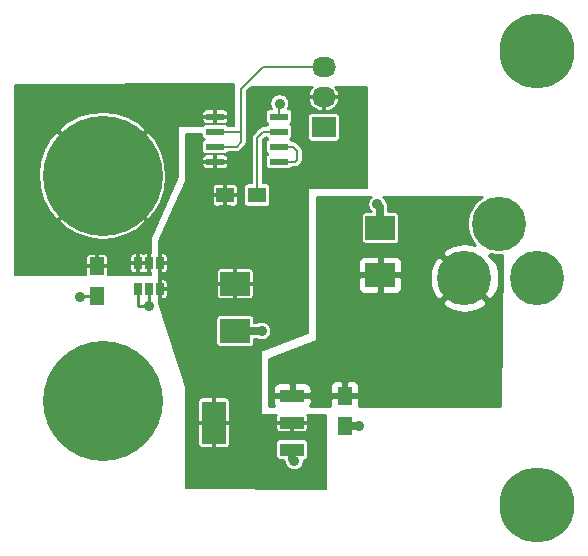
<source format=gtl>
G04 #@! TF.GenerationSoftware,KiCad,Pcbnew,(5.1.5)-3*
G04 #@! TF.CreationDate,2021-01-09T15:57:39-05:00*
G04 #@! TF.ProjectId,CLK-GEN,434c4b2d-4745-44e2-9e6b-696361645f70,X1*
G04 #@! TF.SameCoordinates,Original*
G04 #@! TF.FileFunction,Copper,L1,Top*
G04 #@! TF.FilePolarity,Positive*
%FSLAX46Y46*%
G04 Gerber Fmt 4.6, Leading zero omitted, Abs format (unit mm)*
G04 Created by KiCad (PCBNEW (5.1.5)-3) date 2021-01-09 15:57:39*
%MOMM*%
%LPD*%
G04 APERTURE LIST*
%ADD10R,1.250000X1.500000*%
%ADD11C,4.600000*%
%ADD12R,2.032000X3.657600*%
%ADD13R,2.032000X1.016000*%
%ADD14R,0.650000X1.060000*%
%ADD15C,10.160000*%
%ADD16R,2.500000X2.000000*%
%ADD17R,2.032000X1.727200*%
%ADD18O,2.032000X1.727200*%
%ADD19R,1.550000X0.600000*%
%ADD20R,1.500000X1.300000*%
%ADD21C,6.350000*%
%ADD22C,0.889000*%
%ADD23C,0.635000*%
%ADD24C,0.203200*%
%ADD25C,0.254000*%
G04 APERTURE END LIST*
D10*
X28750000Y-33250000D03*
X28750000Y-35750000D03*
X7780000Y-22278000D03*
X7780000Y-24778000D03*
D11*
X45000000Y-23250000D03*
X38900000Y-23250000D03*
X41800000Y-18650000D03*
D12*
X17698000Y-35500000D03*
D13*
X24302000Y-35500000D03*
X24302000Y-33214000D03*
X24302000Y-37786000D03*
D14*
X11242000Y-24214000D03*
X12192000Y-24214000D03*
X13142000Y-24214000D03*
X13142000Y-22014000D03*
X11242000Y-22014000D03*
X12192000Y-22014000D03*
D15*
X8255000Y-14605000D03*
X8255000Y-33655000D03*
D16*
X31750000Y-23000000D03*
X31750000Y-19000000D03*
X19500000Y-23750000D03*
X19500000Y-27750000D03*
D17*
X27000000Y-10500000D03*
D18*
X27000000Y-7960000D03*
X27000000Y-5420000D03*
D19*
X23200000Y-13405000D03*
X23200000Y-12135000D03*
X23200000Y-10865000D03*
X23200000Y-9595000D03*
X17800000Y-9595000D03*
X17800000Y-10865000D03*
X17800000Y-12135000D03*
X17800000Y-13405000D03*
D20*
X21350000Y-16250000D03*
X18650000Y-16250000D03*
D21*
X45000000Y-4000000D03*
X45000000Y-42500000D03*
D22*
X31500000Y-17000000D03*
X30000000Y-35750000D03*
X24500000Y-38750000D03*
X21750000Y-27750000D03*
X23250000Y-8500000D03*
X12192000Y-25654000D03*
X6350000Y-24892000D03*
D23*
X31750000Y-19000000D02*
X31750000Y-17250000D01*
X31750000Y-17250000D02*
X31500000Y-17000000D01*
X28750000Y-35750000D02*
X30000000Y-35750000D01*
X24302000Y-37786000D02*
X24302000Y-38552000D01*
X24302000Y-38552000D02*
X24500000Y-38750000D01*
X19500000Y-27750000D02*
X21750000Y-27750000D01*
D24*
X23200000Y-9595000D02*
X23200000Y-8550000D01*
X23200000Y-8550000D02*
X23250000Y-8500000D01*
X24302000Y-37786000D02*
X24302000Y-37802000D01*
D25*
X11242000Y-24214000D02*
X11242000Y-25588000D01*
X12192000Y-25654000D02*
X12192000Y-24214000D01*
X11308000Y-25654000D02*
X12192000Y-25654000D01*
X11242000Y-25588000D02*
X11308000Y-25654000D01*
X7780000Y-24778000D02*
X6464000Y-24778000D01*
X6464000Y-24778000D02*
X6350000Y-24892000D01*
D24*
X24302000Y-33214000D02*
X24214000Y-33214000D01*
X10033000Y-12827000D02*
X8255000Y-14605000D01*
X20000000Y-11000000D02*
X20000000Y-7250000D01*
X21830000Y-5420000D02*
X27000000Y-5420000D01*
X20000000Y-7250000D02*
X21830000Y-5420000D01*
X17800000Y-12135000D02*
X19615000Y-12135000D01*
X19865000Y-10865000D02*
X17800000Y-10865000D01*
X20000000Y-11000000D02*
X19865000Y-10865000D01*
X20000000Y-11750000D02*
X20000000Y-11000000D01*
X19615000Y-12135000D02*
X20000000Y-11750000D01*
X23200000Y-13405000D02*
X24595000Y-13405000D01*
X24385000Y-12135000D02*
X23200000Y-12135000D01*
X24750000Y-12500000D02*
X24385000Y-12135000D01*
X24750000Y-13250000D02*
X24750000Y-12500000D01*
X24595000Y-13405000D02*
X24750000Y-13250000D01*
X21350000Y-14750000D02*
X21350000Y-11400000D01*
X21885000Y-10865000D02*
X23200000Y-10865000D01*
X21350000Y-11400000D02*
X21885000Y-10865000D01*
X21350000Y-16250000D02*
X21350000Y-14750000D01*
G36*
X25937719Y-7220443D02*
G01*
X25810922Y-7412162D01*
X25723964Y-7624934D01*
X25710837Y-7689946D01*
X25759024Y-7871100D01*
X26911100Y-7871100D01*
X26911100Y-7851100D01*
X27088900Y-7851100D01*
X27088900Y-7871100D01*
X28240976Y-7871100D01*
X28289163Y-7689946D01*
X28276036Y-7624934D01*
X28189078Y-7412162D01*
X28062281Y-7220443D01*
X27944555Y-7101600D01*
X30648400Y-7101600D01*
X30648400Y-15648400D01*
X25750000Y-15648400D01*
X25730179Y-15650352D01*
X25711119Y-15656134D01*
X25693554Y-15665523D01*
X25678158Y-15678158D01*
X25665523Y-15693554D01*
X25656134Y-15711119D01*
X25650352Y-15730179D01*
X25648400Y-15750000D01*
X25648400Y-27929591D01*
X21714326Y-29404869D01*
X21696452Y-29413657D01*
X21680636Y-29425762D01*
X21667486Y-29440721D01*
X21657507Y-29457958D01*
X21651082Y-29476810D01*
X21648400Y-29500000D01*
X21648400Y-34750000D01*
X21650352Y-34769821D01*
X21656134Y-34788881D01*
X21665523Y-34806446D01*
X21678158Y-34821842D01*
X21693554Y-34834477D01*
X21711119Y-34843866D01*
X21730179Y-34849648D01*
X21750000Y-34851600D01*
X23015436Y-34851600D01*
X23003039Y-34874794D01*
X22985610Y-34932249D01*
X22979725Y-34992000D01*
X22981200Y-35334900D01*
X23057400Y-35411100D01*
X24213100Y-35411100D01*
X24213100Y-35391100D01*
X24390900Y-35391100D01*
X24390900Y-35411100D01*
X25546600Y-35411100D01*
X25622800Y-35334900D01*
X25624275Y-34992000D01*
X25618390Y-34932249D01*
X25600961Y-34874794D01*
X25588564Y-34851600D01*
X27148400Y-34851600D01*
X27148400Y-41147534D01*
X15341600Y-41047260D01*
X15341600Y-37328800D01*
X16375725Y-37328800D01*
X16381610Y-37388551D01*
X16399039Y-37446006D01*
X16427342Y-37498957D01*
X16465431Y-37545369D01*
X16511843Y-37583458D01*
X16564794Y-37611761D01*
X16622249Y-37629190D01*
X16682000Y-37635075D01*
X17532900Y-37633600D01*
X17609100Y-37557400D01*
X17609100Y-35588900D01*
X17786900Y-35588900D01*
X17786900Y-37557400D01*
X17863100Y-37633600D01*
X18714000Y-37635075D01*
X18773751Y-37629190D01*
X18831206Y-37611761D01*
X18884157Y-37583458D01*
X18930569Y-37545369D01*
X18968658Y-37498957D01*
X18996961Y-37446006D01*
X19014390Y-37388551D01*
X19020275Y-37328800D01*
X19020230Y-37278000D01*
X22928680Y-37278000D01*
X22928680Y-38294000D01*
X22935546Y-38363710D01*
X22955879Y-38430740D01*
X22988899Y-38492516D01*
X23033337Y-38546663D01*
X23087484Y-38591101D01*
X23149260Y-38624121D01*
X23216290Y-38644454D01*
X23286000Y-38651320D01*
X23635426Y-38651320D01*
X23638640Y-38683951D01*
X23677130Y-38810830D01*
X23707702Y-38868027D01*
X23730648Y-38983380D01*
X23790961Y-39128989D01*
X23878522Y-39260034D01*
X23989966Y-39371478D01*
X24121011Y-39459039D01*
X24266620Y-39519352D01*
X24421197Y-39550100D01*
X24578803Y-39550100D01*
X24733380Y-39519352D01*
X24878989Y-39459039D01*
X25010034Y-39371478D01*
X25121478Y-39260034D01*
X25209039Y-39128989D01*
X25269352Y-38983380D01*
X25300100Y-38828803D01*
X25300100Y-38671197D01*
X25296146Y-38651320D01*
X25318000Y-38651320D01*
X25387710Y-38644454D01*
X25454740Y-38624121D01*
X25516516Y-38591101D01*
X25570663Y-38546663D01*
X25615101Y-38492516D01*
X25648121Y-38430740D01*
X25668454Y-38363710D01*
X25675320Y-38294000D01*
X25675320Y-37278000D01*
X25668454Y-37208290D01*
X25648121Y-37141260D01*
X25615101Y-37079484D01*
X25570663Y-37025337D01*
X25516516Y-36980899D01*
X25454740Y-36947879D01*
X25387710Y-36927546D01*
X25318000Y-36920680D01*
X23286000Y-36920680D01*
X23216290Y-36927546D01*
X23149260Y-36947879D01*
X23087484Y-36980899D01*
X23033337Y-37025337D01*
X22988899Y-37079484D01*
X22955879Y-37141260D01*
X22935546Y-37208290D01*
X22928680Y-37278000D01*
X19020230Y-37278000D01*
X19019105Y-36008000D01*
X22979725Y-36008000D01*
X22985610Y-36067751D01*
X23003039Y-36125206D01*
X23031342Y-36178157D01*
X23069431Y-36224569D01*
X23115843Y-36262658D01*
X23168794Y-36290961D01*
X23226249Y-36308390D01*
X23286000Y-36314275D01*
X24136900Y-36312800D01*
X24213100Y-36236600D01*
X24213100Y-35588900D01*
X24390900Y-35588900D01*
X24390900Y-36236600D01*
X24467100Y-36312800D01*
X25318000Y-36314275D01*
X25377751Y-36308390D01*
X25435206Y-36290961D01*
X25488157Y-36262658D01*
X25534569Y-36224569D01*
X25572658Y-36178157D01*
X25600961Y-36125206D01*
X25618390Y-36067751D01*
X25624275Y-36008000D01*
X25622800Y-35665100D01*
X25546600Y-35588900D01*
X24390900Y-35588900D01*
X24213100Y-35588900D01*
X23057400Y-35588900D01*
X22981200Y-35665100D01*
X22979725Y-36008000D01*
X19019105Y-36008000D01*
X19018800Y-35665100D01*
X18942600Y-35588900D01*
X17786900Y-35588900D01*
X17609100Y-35588900D01*
X16453400Y-35588900D01*
X16377200Y-35665100D01*
X16375725Y-37328800D01*
X15341600Y-37328800D01*
X15341600Y-33671200D01*
X16375725Y-33671200D01*
X16377200Y-35334900D01*
X16453400Y-35411100D01*
X17609100Y-35411100D01*
X17609100Y-33442600D01*
X17786900Y-33442600D01*
X17786900Y-35411100D01*
X18942600Y-35411100D01*
X19018800Y-35334900D01*
X19020275Y-33671200D01*
X19014390Y-33611449D01*
X18996961Y-33553994D01*
X18968658Y-33501043D01*
X18930569Y-33454631D01*
X18884157Y-33416542D01*
X18831206Y-33388239D01*
X18773751Y-33370810D01*
X18714000Y-33364925D01*
X17863100Y-33366400D01*
X17786900Y-33442600D01*
X17609100Y-33442600D01*
X17532900Y-33366400D01*
X16682000Y-33364925D01*
X16622249Y-33370810D01*
X16564794Y-33388239D01*
X16511843Y-33416542D01*
X16465431Y-33454631D01*
X16427342Y-33501043D01*
X16399039Y-33553994D01*
X16381610Y-33611449D01*
X16375725Y-33671200D01*
X15341600Y-33671200D01*
X15341600Y-32512000D01*
X15339648Y-32492179D01*
X15336726Y-32480909D01*
X13494648Y-26750000D01*
X17892680Y-26750000D01*
X17892680Y-28750000D01*
X17899546Y-28819710D01*
X17919879Y-28886740D01*
X17952899Y-28948516D01*
X17997337Y-29002663D01*
X18051484Y-29047101D01*
X18113260Y-29080121D01*
X18180290Y-29100454D01*
X18250000Y-29107320D01*
X20750000Y-29107320D01*
X20819710Y-29100454D01*
X20886740Y-29080121D01*
X20948516Y-29047101D01*
X21002663Y-29002663D01*
X21047101Y-28948516D01*
X21080121Y-28886740D01*
X21100454Y-28819710D01*
X21107320Y-28750000D01*
X21107320Y-28423100D01*
X21317224Y-28423100D01*
X21371011Y-28459039D01*
X21516620Y-28519352D01*
X21671197Y-28550100D01*
X21828803Y-28550100D01*
X21983380Y-28519352D01*
X22128989Y-28459039D01*
X22260034Y-28371478D01*
X22371478Y-28260034D01*
X22459039Y-28128989D01*
X22519352Y-27983380D01*
X22550100Y-27828803D01*
X22550100Y-27671197D01*
X22519352Y-27516620D01*
X22459039Y-27371011D01*
X22371478Y-27239966D01*
X22260034Y-27128522D01*
X22128989Y-27040961D01*
X21983380Y-26980648D01*
X21828803Y-26949900D01*
X21671197Y-26949900D01*
X21516620Y-26980648D01*
X21371011Y-27040961D01*
X21317224Y-27076900D01*
X21107320Y-27076900D01*
X21107320Y-26750000D01*
X21100454Y-26680290D01*
X21080121Y-26613260D01*
X21047101Y-26551484D01*
X21002663Y-26497337D01*
X20948516Y-26452899D01*
X20886740Y-26419879D01*
X20819710Y-26399546D01*
X20750000Y-26392680D01*
X18250000Y-26392680D01*
X18180290Y-26399546D01*
X18113260Y-26419879D01*
X18051484Y-26452899D01*
X17997337Y-26497337D01*
X17952899Y-26551484D01*
X17919879Y-26613260D01*
X17899546Y-26680290D01*
X17892680Y-26750000D01*
X13494648Y-26750000D01*
X13055600Y-25384073D01*
X13055600Y-24302900D01*
X13230900Y-24302900D01*
X13230900Y-24972600D01*
X13307100Y-25048800D01*
X13467000Y-25050275D01*
X13526751Y-25044390D01*
X13584206Y-25026961D01*
X13637157Y-24998658D01*
X13683569Y-24960569D01*
X13721658Y-24914157D01*
X13749961Y-24861206D01*
X13767390Y-24803751D01*
X13772684Y-24750000D01*
X17943725Y-24750000D01*
X17949610Y-24809751D01*
X17967039Y-24867206D01*
X17995342Y-24920157D01*
X18033431Y-24966569D01*
X18079843Y-25004658D01*
X18132794Y-25032961D01*
X18190249Y-25050390D01*
X18250000Y-25056275D01*
X19334900Y-25054800D01*
X19411100Y-24978600D01*
X19411100Y-23838900D01*
X19588900Y-23838900D01*
X19588900Y-24978600D01*
X19665100Y-25054800D01*
X20750000Y-25056275D01*
X20809751Y-25050390D01*
X20867206Y-25032961D01*
X20920157Y-25004658D01*
X20966569Y-24966569D01*
X21004658Y-24920157D01*
X21032961Y-24867206D01*
X21050390Y-24809751D01*
X21056275Y-24750000D01*
X21054800Y-23915100D01*
X20978600Y-23838900D01*
X19588900Y-23838900D01*
X19411100Y-23838900D01*
X18021400Y-23838900D01*
X17945200Y-23915100D01*
X17943725Y-24750000D01*
X13772684Y-24750000D01*
X13773275Y-24744000D01*
X13771800Y-24379100D01*
X13695600Y-24302900D01*
X13230900Y-24302900D01*
X13055600Y-24302900D01*
X13055600Y-23455400D01*
X13230900Y-23455400D01*
X13230900Y-24125100D01*
X13695600Y-24125100D01*
X13771800Y-24048900D01*
X13773275Y-23684000D01*
X13767390Y-23624249D01*
X13749961Y-23566794D01*
X13721658Y-23513843D01*
X13683569Y-23467431D01*
X13637157Y-23429342D01*
X13584206Y-23401039D01*
X13526751Y-23383610D01*
X13467000Y-23377725D01*
X13307100Y-23379200D01*
X13230900Y-23455400D01*
X13055600Y-23455400D01*
X13055600Y-22102900D01*
X13230900Y-22102900D01*
X13230900Y-22772600D01*
X13307100Y-22848800D01*
X13467000Y-22850275D01*
X13526751Y-22844390D01*
X13584206Y-22826961D01*
X13637157Y-22798658D01*
X13683569Y-22760569D01*
X13692242Y-22750000D01*
X17943725Y-22750000D01*
X17945200Y-23584900D01*
X18021400Y-23661100D01*
X19411100Y-23661100D01*
X19411100Y-22521400D01*
X19588900Y-22521400D01*
X19588900Y-23661100D01*
X20978600Y-23661100D01*
X21054800Y-23584900D01*
X21056275Y-22750000D01*
X21050390Y-22690249D01*
X21032961Y-22632794D01*
X21004658Y-22579843D01*
X20966569Y-22533431D01*
X20920157Y-22495342D01*
X20867206Y-22467039D01*
X20809751Y-22449610D01*
X20750000Y-22443725D01*
X19665100Y-22445200D01*
X19588900Y-22521400D01*
X19411100Y-22521400D01*
X19334900Y-22445200D01*
X18250000Y-22443725D01*
X18190249Y-22449610D01*
X18132794Y-22467039D01*
X18079843Y-22495342D01*
X18033431Y-22533431D01*
X17995342Y-22579843D01*
X17967039Y-22632794D01*
X17949610Y-22690249D01*
X17943725Y-22750000D01*
X13692242Y-22750000D01*
X13721658Y-22714157D01*
X13749961Y-22661206D01*
X13767390Y-22603751D01*
X13773275Y-22544000D01*
X13771800Y-22179100D01*
X13695600Y-22102900D01*
X13230900Y-22102900D01*
X13055600Y-22102900D01*
X13055600Y-21255400D01*
X13230900Y-21255400D01*
X13230900Y-21925100D01*
X13695600Y-21925100D01*
X13771800Y-21848900D01*
X13773275Y-21484000D01*
X13767390Y-21424249D01*
X13749961Y-21366794D01*
X13721658Y-21313843D01*
X13683569Y-21267431D01*
X13637157Y-21229342D01*
X13584206Y-21201039D01*
X13526751Y-21183610D01*
X13467000Y-21177725D01*
X13307100Y-21179200D01*
X13230900Y-21255400D01*
X13055600Y-21255400D01*
X13055600Y-20087806D01*
X14490112Y-16900000D01*
X17593725Y-16900000D01*
X17599610Y-16959751D01*
X17617039Y-17017206D01*
X17645342Y-17070157D01*
X17683431Y-17116569D01*
X17729843Y-17154658D01*
X17782794Y-17182961D01*
X17840249Y-17200390D01*
X17900000Y-17206275D01*
X18484900Y-17204800D01*
X18561100Y-17128600D01*
X18561100Y-16338900D01*
X18738900Y-16338900D01*
X18738900Y-17128600D01*
X18815100Y-17204800D01*
X19400000Y-17206275D01*
X19459751Y-17200390D01*
X19517206Y-17182961D01*
X19570157Y-17154658D01*
X19616569Y-17116569D01*
X19654658Y-17070157D01*
X19682961Y-17017206D01*
X19700390Y-16959751D01*
X19706275Y-16900000D01*
X19704800Y-16415100D01*
X19628600Y-16338900D01*
X18738900Y-16338900D01*
X18561100Y-16338900D01*
X17671400Y-16338900D01*
X17595200Y-16415100D01*
X17593725Y-16900000D01*
X14490112Y-16900000D01*
X15075112Y-15600000D01*
X17593725Y-15600000D01*
X17595200Y-16084900D01*
X17671400Y-16161100D01*
X18561100Y-16161100D01*
X18561100Y-15371400D01*
X18738900Y-15371400D01*
X18738900Y-16161100D01*
X19628600Y-16161100D01*
X19704800Y-16084900D01*
X19706275Y-15600000D01*
X20242680Y-15600000D01*
X20242680Y-16900000D01*
X20249546Y-16969710D01*
X20269879Y-17036740D01*
X20302899Y-17098516D01*
X20347337Y-17152663D01*
X20401484Y-17197101D01*
X20463260Y-17230121D01*
X20530290Y-17250454D01*
X20600000Y-17257320D01*
X22100000Y-17257320D01*
X22169710Y-17250454D01*
X22236740Y-17230121D01*
X22298516Y-17197101D01*
X22352663Y-17152663D01*
X22397101Y-17098516D01*
X22430121Y-17036740D01*
X22450454Y-16969710D01*
X22457320Y-16900000D01*
X22457320Y-15600000D01*
X22450454Y-15530290D01*
X22430121Y-15463260D01*
X22397101Y-15401484D01*
X22352663Y-15347337D01*
X22298516Y-15302899D01*
X22236740Y-15269879D01*
X22169710Y-15249546D01*
X22100000Y-15242680D01*
X21807200Y-15242680D01*
X21807200Y-11589377D01*
X22074378Y-11322200D01*
X22105815Y-11322200D01*
X22127899Y-11363516D01*
X22172337Y-11417663D01*
X22226484Y-11462101D01*
X22288260Y-11495121D01*
X22304344Y-11500000D01*
X22288260Y-11504879D01*
X22226484Y-11537899D01*
X22172337Y-11582337D01*
X22127899Y-11636484D01*
X22094879Y-11698260D01*
X22074546Y-11765290D01*
X22067680Y-11835000D01*
X22067680Y-12435000D01*
X22074546Y-12504710D01*
X22094879Y-12571740D01*
X22127899Y-12633516D01*
X22172337Y-12687663D01*
X22226484Y-12732101D01*
X22288260Y-12765121D01*
X22304344Y-12770000D01*
X22288260Y-12774879D01*
X22226484Y-12807899D01*
X22172337Y-12852337D01*
X22127899Y-12906484D01*
X22094879Y-12968260D01*
X22074546Y-13035290D01*
X22067680Y-13105000D01*
X22067680Y-13705000D01*
X22074546Y-13774710D01*
X22094879Y-13841740D01*
X22127899Y-13903516D01*
X22172337Y-13957663D01*
X22226484Y-14002101D01*
X22288260Y-14035121D01*
X22355290Y-14055454D01*
X22425000Y-14062320D01*
X23975000Y-14062320D01*
X24044710Y-14055454D01*
X24111740Y-14035121D01*
X24173516Y-14002101D01*
X24227663Y-13957663D01*
X24272101Y-13903516D01*
X24294185Y-13862200D01*
X24572550Y-13862200D01*
X24595000Y-13864411D01*
X24617450Y-13862200D01*
X24617460Y-13862200D01*
X24684627Y-13855585D01*
X24770809Y-13829441D01*
X24850236Y-13786987D01*
X24919853Y-13729853D01*
X24934174Y-13712403D01*
X25057404Y-13589173D01*
X25074853Y-13574853D01*
X25131987Y-13505236D01*
X25174441Y-13425809D01*
X25200585Y-13339627D01*
X25207200Y-13272460D01*
X25207200Y-13272451D01*
X25209411Y-13250001D01*
X25207200Y-13227551D01*
X25207200Y-12522450D01*
X25209411Y-12500000D01*
X25207200Y-12477550D01*
X25207200Y-12477540D01*
X25200585Y-12410373D01*
X25174441Y-12324191D01*
X25131987Y-12244764D01*
X25074853Y-12175147D01*
X25057408Y-12160830D01*
X24724174Y-11827597D01*
X24709853Y-11810147D01*
X24640236Y-11753013D01*
X24560809Y-11710559D01*
X24474627Y-11684415D01*
X24407460Y-11677800D01*
X24407450Y-11677800D01*
X24385000Y-11675589D01*
X24362550Y-11677800D01*
X24294185Y-11677800D01*
X24272101Y-11636484D01*
X24227663Y-11582337D01*
X24173516Y-11537899D01*
X24111740Y-11504879D01*
X24095656Y-11500000D01*
X24111740Y-11495121D01*
X24173516Y-11462101D01*
X24227663Y-11417663D01*
X24272101Y-11363516D01*
X24305121Y-11301740D01*
X24325454Y-11234710D01*
X24332320Y-11165000D01*
X24332320Y-10565000D01*
X24325454Y-10495290D01*
X24305121Y-10428260D01*
X24272101Y-10366484D01*
X24227663Y-10312337D01*
X24173516Y-10267899D01*
X24111740Y-10234879D01*
X24095656Y-10230000D01*
X24111740Y-10225121D01*
X24173516Y-10192101D01*
X24227663Y-10147663D01*
X24272101Y-10093516D01*
X24305121Y-10031740D01*
X24325454Y-9964710D01*
X24332320Y-9895000D01*
X24332320Y-9636400D01*
X25626680Y-9636400D01*
X25626680Y-11363600D01*
X25633546Y-11433310D01*
X25653879Y-11500340D01*
X25686899Y-11562116D01*
X25731337Y-11616263D01*
X25785484Y-11660701D01*
X25847260Y-11693721D01*
X25914290Y-11714054D01*
X25984000Y-11720920D01*
X28016000Y-11720920D01*
X28085710Y-11714054D01*
X28152740Y-11693721D01*
X28214516Y-11660701D01*
X28268663Y-11616263D01*
X28313101Y-11562116D01*
X28346121Y-11500340D01*
X28366454Y-11433310D01*
X28373320Y-11363600D01*
X28373320Y-9636400D01*
X28366454Y-9566690D01*
X28346121Y-9499660D01*
X28313101Y-9437884D01*
X28268663Y-9383737D01*
X28214516Y-9339299D01*
X28152740Y-9306279D01*
X28085710Y-9285946D01*
X28016000Y-9279080D01*
X25984000Y-9279080D01*
X25914290Y-9285946D01*
X25847260Y-9306279D01*
X25785484Y-9339299D01*
X25731337Y-9383737D01*
X25686899Y-9437884D01*
X25653879Y-9499660D01*
X25633546Y-9566690D01*
X25626680Y-9636400D01*
X24332320Y-9636400D01*
X24332320Y-9295000D01*
X24325454Y-9225290D01*
X24305121Y-9158260D01*
X24272101Y-9096484D01*
X24227663Y-9042337D01*
X24173516Y-8997899D01*
X24111740Y-8964879D01*
X24044710Y-8944546D01*
X23975000Y-8937680D01*
X23919823Y-8937680D01*
X23959039Y-8878989D01*
X24019352Y-8733380D01*
X24050100Y-8578803D01*
X24050100Y-8421197D01*
X24019352Y-8266620D01*
X24004206Y-8230054D01*
X25710837Y-8230054D01*
X25723964Y-8295066D01*
X25810922Y-8507838D01*
X25937719Y-8699557D01*
X26099483Y-8862856D01*
X26289996Y-8991458D01*
X26501938Y-9080422D01*
X26727163Y-9126329D01*
X26911100Y-9054610D01*
X26911100Y-8048900D01*
X27088900Y-8048900D01*
X27088900Y-9054610D01*
X27272837Y-9126329D01*
X27498062Y-9080422D01*
X27710004Y-8991458D01*
X27900517Y-8862856D01*
X28062281Y-8699557D01*
X28189078Y-8507838D01*
X28276036Y-8295066D01*
X28289163Y-8230054D01*
X28240976Y-8048900D01*
X27088900Y-8048900D01*
X26911100Y-8048900D01*
X25759024Y-8048900D01*
X25710837Y-8230054D01*
X24004206Y-8230054D01*
X23959039Y-8121011D01*
X23871478Y-7989966D01*
X23760034Y-7878522D01*
X23628989Y-7790961D01*
X23483380Y-7730648D01*
X23328803Y-7699900D01*
X23171197Y-7699900D01*
X23016620Y-7730648D01*
X22871011Y-7790961D01*
X22739966Y-7878522D01*
X22628522Y-7989966D01*
X22540961Y-8121011D01*
X22480648Y-8266620D01*
X22449900Y-8421197D01*
X22449900Y-8578803D01*
X22480648Y-8733380D01*
X22540961Y-8878989D01*
X22580177Y-8937680D01*
X22425000Y-8937680D01*
X22355290Y-8944546D01*
X22288260Y-8964879D01*
X22226484Y-8997899D01*
X22172337Y-9042337D01*
X22127899Y-9096484D01*
X22094879Y-9158260D01*
X22074546Y-9225290D01*
X22067680Y-9295000D01*
X22067680Y-9895000D01*
X22074546Y-9964710D01*
X22094879Y-10031740D01*
X22127899Y-10093516D01*
X22172337Y-10147663D01*
X22226484Y-10192101D01*
X22288260Y-10225121D01*
X22304344Y-10230000D01*
X22288260Y-10234879D01*
X22226484Y-10267899D01*
X22172337Y-10312337D01*
X22127899Y-10366484D01*
X22105815Y-10407800D01*
X21907449Y-10407800D01*
X21884999Y-10405589D01*
X21862549Y-10407800D01*
X21862540Y-10407800D01*
X21795373Y-10414415D01*
X21709191Y-10440559D01*
X21672217Y-10460322D01*
X21629763Y-10483013D01*
X21577592Y-10525830D01*
X21560147Y-10540147D01*
X21545830Y-10557592D01*
X21042592Y-11060831D01*
X21025148Y-11075147D01*
X21010831Y-11092592D01*
X21010830Y-11092593D01*
X20968013Y-11144765D01*
X20925560Y-11224191D01*
X20899416Y-11310374D01*
X20890589Y-11400000D01*
X20892801Y-11422460D01*
X20892800Y-14772459D01*
X20892801Y-14772469D01*
X20892801Y-15242680D01*
X20600000Y-15242680D01*
X20530290Y-15249546D01*
X20463260Y-15269879D01*
X20401484Y-15302899D01*
X20347337Y-15347337D01*
X20302899Y-15401484D01*
X20269879Y-15463260D01*
X20249546Y-15530290D01*
X20242680Y-15600000D01*
X19706275Y-15600000D01*
X19700390Y-15540249D01*
X19682961Y-15482794D01*
X19654658Y-15429843D01*
X19616569Y-15383431D01*
X19570157Y-15345342D01*
X19517206Y-15317039D01*
X19459751Y-15299610D01*
X19400000Y-15293725D01*
X18815100Y-15295200D01*
X18738900Y-15371400D01*
X18561100Y-15371400D01*
X18484900Y-15295200D01*
X17900000Y-15293725D01*
X17840249Y-15299610D01*
X17782794Y-15317039D01*
X17729843Y-15345342D01*
X17683431Y-15383431D01*
X17645342Y-15429843D01*
X17617039Y-15482794D01*
X17599610Y-15540249D01*
X17593725Y-15600000D01*
X15075112Y-15600000D01*
X15332651Y-15027693D01*
X15339005Y-15008817D01*
X15341600Y-14986255D01*
X15344814Y-13705000D01*
X16718725Y-13705000D01*
X16724610Y-13764751D01*
X16742039Y-13822206D01*
X16770342Y-13875157D01*
X16808431Y-13921569D01*
X16854843Y-13959658D01*
X16907794Y-13987961D01*
X16965249Y-14005390D01*
X17025000Y-14011275D01*
X17634900Y-14009800D01*
X17711100Y-13933600D01*
X17711100Y-13493900D01*
X17888900Y-13493900D01*
X17888900Y-13933600D01*
X17965100Y-14009800D01*
X18575000Y-14011275D01*
X18634751Y-14005390D01*
X18692206Y-13987961D01*
X18745157Y-13959658D01*
X18791569Y-13921569D01*
X18829658Y-13875157D01*
X18857961Y-13822206D01*
X18875390Y-13764751D01*
X18881275Y-13705000D01*
X18879800Y-13570100D01*
X18803600Y-13493900D01*
X17888900Y-13493900D01*
X17711100Y-13493900D01*
X16796400Y-13493900D01*
X16720200Y-13570100D01*
X16718725Y-13705000D01*
X15344814Y-13705000D01*
X15346319Y-13105000D01*
X16718725Y-13105000D01*
X16720200Y-13239900D01*
X16796400Y-13316100D01*
X17711100Y-13316100D01*
X17711100Y-12876400D01*
X17888900Y-12876400D01*
X17888900Y-13316100D01*
X18803600Y-13316100D01*
X18879800Y-13239900D01*
X18881275Y-13105000D01*
X18875390Y-13045249D01*
X18857961Y-12987794D01*
X18829658Y-12934843D01*
X18791569Y-12888431D01*
X18745157Y-12850342D01*
X18692206Y-12822039D01*
X18634751Y-12804610D01*
X18575000Y-12798725D01*
X17965100Y-12800200D01*
X17888900Y-12876400D01*
X17711100Y-12876400D01*
X17634900Y-12800200D01*
X17025000Y-12798725D01*
X16965249Y-12804610D01*
X16907794Y-12822039D01*
X16854843Y-12850342D01*
X16808431Y-12888431D01*
X16770342Y-12934843D01*
X16742039Y-12987794D01*
X16724610Y-13045249D01*
X16718725Y-13105000D01*
X15346319Y-13105000D01*
X15351346Y-11101600D01*
X16667680Y-11101600D01*
X16667680Y-11165000D01*
X16674546Y-11234710D01*
X16694879Y-11301740D01*
X16727899Y-11363516D01*
X16772337Y-11417663D01*
X16826484Y-11462101D01*
X16888260Y-11495121D01*
X16904344Y-11500000D01*
X16888260Y-11504879D01*
X16826484Y-11537899D01*
X16772337Y-11582337D01*
X16727899Y-11636484D01*
X16694879Y-11698260D01*
X16674546Y-11765290D01*
X16667680Y-11835000D01*
X16667680Y-12435000D01*
X16674546Y-12504710D01*
X16694879Y-12571740D01*
X16727899Y-12633516D01*
X16772337Y-12687663D01*
X16826484Y-12732101D01*
X16888260Y-12765121D01*
X16955290Y-12785454D01*
X17025000Y-12792320D01*
X18575000Y-12792320D01*
X18644710Y-12785454D01*
X18711740Y-12765121D01*
X18773516Y-12732101D01*
X18827663Y-12687663D01*
X18872101Y-12633516D01*
X18894185Y-12592200D01*
X19592550Y-12592200D01*
X19615000Y-12594411D01*
X19637450Y-12592200D01*
X19637460Y-12592200D01*
X19704627Y-12585585D01*
X19790809Y-12559441D01*
X19870236Y-12516987D01*
X19939853Y-12459853D01*
X19954174Y-12442403D01*
X20307409Y-12089169D01*
X20324853Y-12074853D01*
X20381184Y-12006215D01*
X20381987Y-12005237D01*
X20424440Y-11925810D01*
X20424441Y-11925809D01*
X20450585Y-11839627D01*
X20457200Y-11772460D01*
X20457200Y-11772451D01*
X20459411Y-11750001D01*
X20457200Y-11727551D01*
X20457200Y-11022450D01*
X20459411Y-11000000D01*
X20457200Y-10977550D01*
X20457200Y-7439377D01*
X20794977Y-7101600D01*
X26055445Y-7101600D01*
X25937719Y-7220443D01*
G37*
X25937719Y-7220443D02*
X25810922Y-7412162D01*
X25723964Y-7624934D01*
X25710837Y-7689946D01*
X25759024Y-7871100D01*
X26911100Y-7871100D01*
X26911100Y-7851100D01*
X27088900Y-7851100D01*
X27088900Y-7871100D01*
X28240976Y-7871100D01*
X28289163Y-7689946D01*
X28276036Y-7624934D01*
X28189078Y-7412162D01*
X28062281Y-7220443D01*
X27944555Y-7101600D01*
X30648400Y-7101600D01*
X30648400Y-15648400D01*
X25750000Y-15648400D01*
X25730179Y-15650352D01*
X25711119Y-15656134D01*
X25693554Y-15665523D01*
X25678158Y-15678158D01*
X25665523Y-15693554D01*
X25656134Y-15711119D01*
X25650352Y-15730179D01*
X25648400Y-15750000D01*
X25648400Y-27929591D01*
X21714326Y-29404869D01*
X21696452Y-29413657D01*
X21680636Y-29425762D01*
X21667486Y-29440721D01*
X21657507Y-29457958D01*
X21651082Y-29476810D01*
X21648400Y-29500000D01*
X21648400Y-34750000D01*
X21650352Y-34769821D01*
X21656134Y-34788881D01*
X21665523Y-34806446D01*
X21678158Y-34821842D01*
X21693554Y-34834477D01*
X21711119Y-34843866D01*
X21730179Y-34849648D01*
X21750000Y-34851600D01*
X23015436Y-34851600D01*
X23003039Y-34874794D01*
X22985610Y-34932249D01*
X22979725Y-34992000D01*
X22981200Y-35334900D01*
X23057400Y-35411100D01*
X24213100Y-35411100D01*
X24213100Y-35391100D01*
X24390900Y-35391100D01*
X24390900Y-35411100D01*
X25546600Y-35411100D01*
X25622800Y-35334900D01*
X25624275Y-34992000D01*
X25618390Y-34932249D01*
X25600961Y-34874794D01*
X25588564Y-34851600D01*
X27148400Y-34851600D01*
X27148400Y-41147534D01*
X15341600Y-41047260D01*
X15341600Y-37328800D01*
X16375725Y-37328800D01*
X16381610Y-37388551D01*
X16399039Y-37446006D01*
X16427342Y-37498957D01*
X16465431Y-37545369D01*
X16511843Y-37583458D01*
X16564794Y-37611761D01*
X16622249Y-37629190D01*
X16682000Y-37635075D01*
X17532900Y-37633600D01*
X17609100Y-37557400D01*
X17609100Y-35588900D01*
X17786900Y-35588900D01*
X17786900Y-37557400D01*
X17863100Y-37633600D01*
X18714000Y-37635075D01*
X18773751Y-37629190D01*
X18831206Y-37611761D01*
X18884157Y-37583458D01*
X18930569Y-37545369D01*
X18968658Y-37498957D01*
X18996961Y-37446006D01*
X19014390Y-37388551D01*
X19020275Y-37328800D01*
X19020230Y-37278000D01*
X22928680Y-37278000D01*
X22928680Y-38294000D01*
X22935546Y-38363710D01*
X22955879Y-38430740D01*
X22988899Y-38492516D01*
X23033337Y-38546663D01*
X23087484Y-38591101D01*
X23149260Y-38624121D01*
X23216290Y-38644454D01*
X23286000Y-38651320D01*
X23635426Y-38651320D01*
X23638640Y-38683951D01*
X23677130Y-38810830D01*
X23707702Y-38868027D01*
X23730648Y-38983380D01*
X23790961Y-39128989D01*
X23878522Y-39260034D01*
X23989966Y-39371478D01*
X24121011Y-39459039D01*
X24266620Y-39519352D01*
X24421197Y-39550100D01*
X24578803Y-39550100D01*
X24733380Y-39519352D01*
X24878989Y-39459039D01*
X25010034Y-39371478D01*
X25121478Y-39260034D01*
X25209039Y-39128989D01*
X25269352Y-38983380D01*
X25300100Y-38828803D01*
X25300100Y-38671197D01*
X25296146Y-38651320D01*
X25318000Y-38651320D01*
X25387710Y-38644454D01*
X25454740Y-38624121D01*
X25516516Y-38591101D01*
X25570663Y-38546663D01*
X25615101Y-38492516D01*
X25648121Y-38430740D01*
X25668454Y-38363710D01*
X25675320Y-38294000D01*
X25675320Y-37278000D01*
X25668454Y-37208290D01*
X25648121Y-37141260D01*
X25615101Y-37079484D01*
X25570663Y-37025337D01*
X25516516Y-36980899D01*
X25454740Y-36947879D01*
X25387710Y-36927546D01*
X25318000Y-36920680D01*
X23286000Y-36920680D01*
X23216290Y-36927546D01*
X23149260Y-36947879D01*
X23087484Y-36980899D01*
X23033337Y-37025337D01*
X22988899Y-37079484D01*
X22955879Y-37141260D01*
X22935546Y-37208290D01*
X22928680Y-37278000D01*
X19020230Y-37278000D01*
X19019105Y-36008000D01*
X22979725Y-36008000D01*
X22985610Y-36067751D01*
X23003039Y-36125206D01*
X23031342Y-36178157D01*
X23069431Y-36224569D01*
X23115843Y-36262658D01*
X23168794Y-36290961D01*
X23226249Y-36308390D01*
X23286000Y-36314275D01*
X24136900Y-36312800D01*
X24213100Y-36236600D01*
X24213100Y-35588900D01*
X24390900Y-35588900D01*
X24390900Y-36236600D01*
X24467100Y-36312800D01*
X25318000Y-36314275D01*
X25377751Y-36308390D01*
X25435206Y-36290961D01*
X25488157Y-36262658D01*
X25534569Y-36224569D01*
X25572658Y-36178157D01*
X25600961Y-36125206D01*
X25618390Y-36067751D01*
X25624275Y-36008000D01*
X25622800Y-35665100D01*
X25546600Y-35588900D01*
X24390900Y-35588900D01*
X24213100Y-35588900D01*
X23057400Y-35588900D01*
X22981200Y-35665100D01*
X22979725Y-36008000D01*
X19019105Y-36008000D01*
X19018800Y-35665100D01*
X18942600Y-35588900D01*
X17786900Y-35588900D01*
X17609100Y-35588900D01*
X16453400Y-35588900D01*
X16377200Y-35665100D01*
X16375725Y-37328800D01*
X15341600Y-37328800D01*
X15341600Y-33671200D01*
X16375725Y-33671200D01*
X16377200Y-35334900D01*
X16453400Y-35411100D01*
X17609100Y-35411100D01*
X17609100Y-33442600D01*
X17786900Y-33442600D01*
X17786900Y-35411100D01*
X18942600Y-35411100D01*
X19018800Y-35334900D01*
X19020275Y-33671200D01*
X19014390Y-33611449D01*
X18996961Y-33553994D01*
X18968658Y-33501043D01*
X18930569Y-33454631D01*
X18884157Y-33416542D01*
X18831206Y-33388239D01*
X18773751Y-33370810D01*
X18714000Y-33364925D01*
X17863100Y-33366400D01*
X17786900Y-33442600D01*
X17609100Y-33442600D01*
X17532900Y-33366400D01*
X16682000Y-33364925D01*
X16622249Y-33370810D01*
X16564794Y-33388239D01*
X16511843Y-33416542D01*
X16465431Y-33454631D01*
X16427342Y-33501043D01*
X16399039Y-33553994D01*
X16381610Y-33611449D01*
X16375725Y-33671200D01*
X15341600Y-33671200D01*
X15341600Y-32512000D01*
X15339648Y-32492179D01*
X15336726Y-32480909D01*
X13494648Y-26750000D01*
X17892680Y-26750000D01*
X17892680Y-28750000D01*
X17899546Y-28819710D01*
X17919879Y-28886740D01*
X17952899Y-28948516D01*
X17997337Y-29002663D01*
X18051484Y-29047101D01*
X18113260Y-29080121D01*
X18180290Y-29100454D01*
X18250000Y-29107320D01*
X20750000Y-29107320D01*
X20819710Y-29100454D01*
X20886740Y-29080121D01*
X20948516Y-29047101D01*
X21002663Y-29002663D01*
X21047101Y-28948516D01*
X21080121Y-28886740D01*
X21100454Y-28819710D01*
X21107320Y-28750000D01*
X21107320Y-28423100D01*
X21317224Y-28423100D01*
X21371011Y-28459039D01*
X21516620Y-28519352D01*
X21671197Y-28550100D01*
X21828803Y-28550100D01*
X21983380Y-28519352D01*
X22128989Y-28459039D01*
X22260034Y-28371478D01*
X22371478Y-28260034D01*
X22459039Y-28128989D01*
X22519352Y-27983380D01*
X22550100Y-27828803D01*
X22550100Y-27671197D01*
X22519352Y-27516620D01*
X22459039Y-27371011D01*
X22371478Y-27239966D01*
X22260034Y-27128522D01*
X22128989Y-27040961D01*
X21983380Y-26980648D01*
X21828803Y-26949900D01*
X21671197Y-26949900D01*
X21516620Y-26980648D01*
X21371011Y-27040961D01*
X21317224Y-27076900D01*
X21107320Y-27076900D01*
X21107320Y-26750000D01*
X21100454Y-26680290D01*
X21080121Y-26613260D01*
X21047101Y-26551484D01*
X21002663Y-26497337D01*
X20948516Y-26452899D01*
X20886740Y-26419879D01*
X20819710Y-26399546D01*
X20750000Y-26392680D01*
X18250000Y-26392680D01*
X18180290Y-26399546D01*
X18113260Y-26419879D01*
X18051484Y-26452899D01*
X17997337Y-26497337D01*
X17952899Y-26551484D01*
X17919879Y-26613260D01*
X17899546Y-26680290D01*
X17892680Y-26750000D01*
X13494648Y-26750000D01*
X13055600Y-25384073D01*
X13055600Y-24302900D01*
X13230900Y-24302900D01*
X13230900Y-24972600D01*
X13307100Y-25048800D01*
X13467000Y-25050275D01*
X13526751Y-25044390D01*
X13584206Y-25026961D01*
X13637157Y-24998658D01*
X13683569Y-24960569D01*
X13721658Y-24914157D01*
X13749961Y-24861206D01*
X13767390Y-24803751D01*
X13772684Y-24750000D01*
X17943725Y-24750000D01*
X17949610Y-24809751D01*
X17967039Y-24867206D01*
X17995342Y-24920157D01*
X18033431Y-24966569D01*
X18079843Y-25004658D01*
X18132794Y-25032961D01*
X18190249Y-25050390D01*
X18250000Y-25056275D01*
X19334900Y-25054800D01*
X19411100Y-24978600D01*
X19411100Y-23838900D01*
X19588900Y-23838900D01*
X19588900Y-24978600D01*
X19665100Y-25054800D01*
X20750000Y-25056275D01*
X20809751Y-25050390D01*
X20867206Y-25032961D01*
X20920157Y-25004658D01*
X20966569Y-24966569D01*
X21004658Y-24920157D01*
X21032961Y-24867206D01*
X21050390Y-24809751D01*
X21056275Y-24750000D01*
X21054800Y-23915100D01*
X20978600Y-23838900D01*
X19588900Y-23838900D01*
X19411100Y-23838900D01*
X18021400Y-23838900D01*
X17945200Y-23915100D01*
X17943725Y-24750000D01*
X13772684Y-24750000D01*
X13773275Y-24744000D01*
X13771800Y-24379100D01*
X13695600Y-24302900D01*
X13230900Y-24302900D01*
X13055600Y-24302900D01*
X13055600Y-23455400D01*
X13230900Y-23455400D01*
X13230900Y-24125100D01*
X13695600Y-24125100D01*
X13771800Y-24048900D01*
X13773275Y-23684000D01*
X13767390Y-23624249D01*
X13749961Y-23566794D01*
X13721658Y-23513843D01*
X13683569Y-23467431D01*
X13637157Y-23429342D01*
X13584206Y-23401039D01*
X13526751Y-23383610D01*
X13467000Y-23377725D01*
X13307100Y-23379200D01*
X13230900Y-23455400D01*
X13055600Y-23455400D01*
X13055600Y-22102900D01*
X13230900Y-22102900D01*
X13230900Y-22772600D01*
X13307100Y-22848800D01*
X13467000Y-22850275D01*
X13526751Y-22844390D01*
X13584206Y-22826961D01*
X13637157Y-22798658D01*
X13683569Y-22760569D01*
X13692242Y-22750000D01*
X17943725Y-22750000D01*
X17945200Y-23584900D01*
X18021400Y-23661100D01*
X19411100Y-23661100D01*
X19411100Y-22521400D01*
X19588900Y-22521400D01*
X19588900Y-23661100D01*
X20978600Y-23661100D01*
X21054800Y-23584900D01*
X21056275Y-22750000D01*
X21050390Y-22690249D01*
X21032961Y-22632794D01*
X21004658Y-22579843D01*
X20966569Y-22533431D01*
X20920157Y-22495342D01*
X20867206Y-22467039D01*
X20809751Y-22449610D01*
X20750000Y-22443725D01*
X19665100Y-22445200D01*
X19588900Y-22521400D01*
X19411100Y-22521400D01*
X19334900Y-22445200D01*
X18250000Y-22443725D01*
X18190249Y-22449610D01*
X18132794Y-22467039D01*
X18079843Y-22495342D01*
X18033431Y-22533431D01*
X17995342Y-22579843D01*
X17967039Y-22632794D01*
X17949610Y-22690249D01*
X17943725Y-22750000D01*
X13692242Y-22750000D01*
X13721658Y-22714157D01*
X13749961Y-22661206D01*
X13767390Y-22603751D01*
X13773275Y-22544000D01*
X13771800Y-22179100D01*
X13695600Y-22102900D01*
X13230900Y-22102900D01*
X13055600Y-22102900D01*
X13055600Y-21255400D01*
X13230900Y-21255400D01*
X13230900Y-21925100D01*
X13695600Y-21925100D01*
X13771800Y-21848900D01*
X13773275Y-21484000D01*
X13767390Y-21424249D01*
X13749961Y-21366794D01*
X13721658Y-21313843D01*
X13683569Y-21267431D01*
X13637157Y-21229342D01*
X13584206Y-21201039D01*
X13526751Y-21183610D01*
X13467000Y-21177725D01*
X13307100Y-21179200D01*
X13230900Y-21255400D01*
X13055600Y-21255400D01*
X13055600Y-20087806D01*
X14490112Y-16900000D01*
X17593725Y-16900000D01*
X17599610Y-16959751D01*
X17617039Y-17017206D01*
X17645342Y-17070157D01*
X17683431Y-17116569D01*
X17729843Y-17154658D01*
X17782794Y-17182961D01*
X17840249Y-17200390D01*
X17900000Y-17206275D01*
X18484900Y-17204800D01*
X18561100Y-17128600D01*
X18561100Y-16338900D01*
X18738900Y-16338900D01*
X18738900Y-17128600D01*
X18815100Y-17204800D01*
X19400000Y-17206275D01*
X19459751Y-17200390D01*
X19517206Y-17182961D01*
X19570157Y-17154658D01*
X19616569Y-17116569D01*
X19654658Y-17070157D01*
X19682961Y-17017206D01*
X19700390Y-16959751D01*
X19706275Y-16900000D01*
X19704800Y-16415100D01*
X19628600Y-16338900D01*
X18738900Y-16338900D01*
X18561100Y-16338900D01*
X17671400Y-16338900D01*
X17595200Y-16415100D01*
X17593725Y-16900000D01*
X14490112Y-16900000D01*
X15075112Y-15600000D01*
X17593725Y-15600000D01*
X17595200Y-16084900D01*
X17671400Y-16161100D01*
X18561100Y-16161100D01*
X18561100Y-15371400D01*
X18738900Y-15371400D01*
X18738900Y-16161100D01*
X19628600Y-16161100D01*
X19704800Y-16084900D01*
X19706275Y-15600000D01*
X20242680Y-15600000D01*
X20242680Y-16900000D01*
X20249546Y-16969710D01*
X20269879Y-17036740D01*
X20302899Y-17098516D01*
X20347337Y-17152663D01*
X20401484Y-17197101D01*
X20463260Y-17230121D01*
X20530290Y-17250454D01*
X20600000Y-17257320D01*
X22100000Y-17257320D01*
X22169710Y-17250454D01*
X22236740Y-17230121D01*
X22298516Y-17197101D01*
X22352663Y-17152663D01*
X22397101Y-17098516D01*
X22430121Y-17036740D01*
X22450454Y-16969710D01*
X22457320Y-16900000D01*
X22457320Y-15600000D01*
X22450454Y-15530290D01*
X22430121Y-15463260D01*
X22397101Y-15401484D01*
X22352663Y-15347337D01*
X22298516Y-15302899D01*
X22236740Y-15269879D01*
X22169710Y-15249546D01*
X22100000Y-15242680D01*
X21807200Y-15242680D01*
X21807200Y-11589377D01*
X22074378Y-11322200D01*
X22105815Y-11322200D01*
X22127899Y-11363516D01*
X22172337Y-11417663D01*
X22226484Y-11462101D01*
X22288260Y-11495121D01*
X22304344Y-11500000D01*
X22288260Y-11504879D01*
X22226484Y-11537899D01*
X22172337Y-11582337D01*
X22127899Y-11636484D01*
X22094879Y-11698260D01*
X22074546Y-11765290D01*
X22067680Y-11835000D01*
X22067680Y-12435000D01*
X22074546Y-12504710D01*
X22094879Y-12571740D01*
X22127899Y-12633516D01*
X22172337Y-12687663D01*
X22226484Y-12732101D01*
X22288260Y-12765121D01*
X22304344Y-12770000D01*
X22288260Y-12774879D01*
X22226484Y-12807899D01*
X22172337Y-12852337D01*
X22127899Y-12906484D01*
X22094879Y-12968260D01*
X22074546Y-13035290D01*
X22067680Y-13105000D01*
X22067680Y-13705000D01*
X22074546Y-13774710D01*
X22094879Y-13841740D01*
X22127899Y-13903516D01*
X22172337Y-13957663D01*
X22226484Y-14002101D01*
X22288260Y-14035121D01*
X22355290Y-14055454D01*
X22425000Y-14062320D01*
X23975000Y-14062320D01*
X24044710Y-14055454D01*
X24111740Y-14035121D01*
X24173516Y-14002101D01*
X24227663Y-13957663D01*
X24272101Y-13903516D01*
X24294185Y-13862200D01*
X24572550Y-13862200D01*
X24595000Y-13864411D01*
X24617450Y-13862200D01*
X24617460Y-13862200D01*
X24684627Y-13855585D01*
X24770809Y-13829441D01*
X24850236Y-13786987D01*
X24919853Y-13729853D01*
X24934174Y-13712403D01*
X25057404Y-13589173D01*
X25074853Y-13574853D01*
X25131987Y-13505236D01*
X25174441Y-13425809D01*
X25200585Y-13339627D01*
X25207200Y-13272460D01*
X25207200Y-13272451D01*
X25209411Y-13250001D01*
X25207200Y-13227551D01*
X25207200Y-12522450D01*
X25209411Y-12500000D01*
X25207200Y-12477550D01*
X25207200Y-12477540D01*
X25200585Y-12410373D01*
X25174441Y-12324191D01*
X25131987Y-12244764D01*
X25074853Y-12175147D01*
X25057408Y-12160830D01*
X24724174Y-11827597D01*
X24709853Y-11810147D01*
X24640236Y-11753013D01*
X24560809Y-11710559D01*
X24474627Y-11684415D01*
X24407460Y-11677800D01*
X24407450Y-11677800D01*
X24385000Y-11675589D01*
X24362550Y-11677800D01*
X24294185Y-11677800D01*
X24272101Y-11636484D01*
X24227663Y-11582337D01*
X24173516Y-11537899D01*
X24111740Y-11504879D01*
X24095656Y-11500000D01*
X24111740Y-11495121D01*
X24173516Y-11462101D01*
X24227663Y-11417663D01*
X24272101Y-11363516D01*
X24305121Y-11301740D01*
X24325454Y-11234710D01*
X24332320Y-11165000D01*
X24332320Y-10565000D01*
X24325454Y-10495290D01*
X24305121Y-10428260D01*
X24272101Y-10366484D01*
X24227663Y-10312337D01*
X24173516Y-10267899D01*
X24111740Y-10234879D01*
X24095656Y-10230000D01*
X24111740Y-10225121D01*
X24173516Y-10192101D01*
X24227663Y-10147663D01*
X24272101Y-10093516D01*
X24305121Y-10031740D01*
X24325454Y-9964710D01*
X24332320Y-9895000D01*
X24332320Y-9636400D01*
X25626680Y-9636400D01*
X25626680Y-11363600D01*
X25633546Y-11433310D01*
X25653879Y-11500340D01*
X25686899Y-11562116D01*
X25731337Y-11616263D01*
X25785484Y-11660701D01*
X25847260Y-11693721D01*
X25914290Y-11714054D01*
X25984000Y-11720920D01*
X28016000Y-11720920D01*
X28085710Y-11714054D01*
X28152740Y-11693721D01*
X28214516Y-11660701D01*
X28268663Y-11616263D01*
X28313101Y-11562116D01*
X28346121Y-11500340D01*
X28366454Y-11433310D01*
X28373320Y-11363600D01*
X28373320Y-9636400D01*
X28366454Y-9566690D01*
X28346121Y-9499660D01*
X28313101Y-9437884D01*
X28268663Y-9383737D01*
X28214516Y-9339299D01*
X28152740Y-9306279D01*
X28085710Y-9285946D01*
X28016000Y-9279080D01*
X25984000Y-9279080D01*
X25914290Y-9285946D01*
X25847260Y-9306279D01*
X25785484Y-9339299D01*
X25731337Y-9383737D01*
X25686899Y-9437884D01*
X25653879Y-9499660D01*
X25633546Y-9566690D01*
X25626680Y-9636400D01*
X24332320Y-9636400D01*
X24332320Y-9295000D01*
X24325454Y-9225290D01*
X24305121Y-9158260D01*
X24272101Y-9096484D01*
X24227663Y-9042337D01*
X24173516Y-8997899D01*
X24111740Y-8964879D01*
X24044710Y-8944546D01*
X23975000Y-8937680D01*
X23919823Y-8937680D01*
X23959039Y-8878989D01*
X24019352Y-8733380D01*
X24050100Y-8578803D01*
X24050100Y-8421197D01*
X24019352Y-8266620D01*
X24004206Y-8230054D01*
X25710837Y-8230054D01*
X25723964Y-8295066D01*
X25810922Y-8507838D01*
X25937719Y-8699557D01*
X26099483Y-8862856D01*
X26289996Y-8991458D01*
X26501938Y-9080422D01*
X26727163Y-9126329D01*
X26911100Y-9054610D01*
X26911100Y-8048900D01*
X27088900Y-8048900D01*
X27088900Y-9054610D01*
X27272837Y-9126329D01*
X27498062Y-9080422D01*
X27710004Y-8991458D01*
X27900517Y-8862856D01*
X28062281Y-8699557D01*
X28189078Y-8507838D01*
X28276036Y-8295066D01*
X28289163Y-8230054D01*
X28240976Y-8048900D01*
X27088900Y-8048900D01*
X26911100Y-8048900D01*
X25759024Y-8048900D01*
X25710837Y-8230054D01*
X24004206Y-8230054D01*
X23959039Y-8121011D01*
X23871478Y-7989966D01*
X23760034Y-7878522D01*
X23628989Y-7790961D01*
X23483380Y-7730648D01*
X23328803Y-7699900D01*
X23171197Y-7699900D01*
X23016620Y-7730648D01*
X22871011Y-7790961D01*
X22739966Y-7878522D01*
X22628522Y-7989966D01*
X22540961Y-8121011D01*
X22480648Y-8266620D01*
X22449900Y-8421197D01*
X22449900Y-8578803D01*
X22480648Y-8733380D01*
X22540961Y-8878989D01*
X22580177Y-8937680D01*
X22425000Y-8937680D01*
X22355290Y-8944546D01*
X22288260Y-8964879D01*
X22226484Y-8997899D01*
X22172337Y-9042337D01*
X22127899Y-9096484D01*
X22094879Y-9158260D01*
X22074546Y-9225290D01*
X22067680Y-9295000D01*
X22067680Y-9895000D01*
X22074546Y-9964710D01*
X22094879Y-10031740D01*
X22127899Y-10093516D01*
X22172337Y-10147663D01*
X22226484Y-10192101D01*
X22288260Y-10225121D01*
X22304344Y-10230000D01*
X22288260Y-10234879D01*
X22226484Y-10267899D01*
X22172337Y-10312337D01*
X22127899Y-10366484D01*
X22105815Y-10407800D01*
X21907449Y-10407800D01*
X21884999Y-10405589D01*
X21862549Y-10407800D01*
X21862540Y-10407800D01*
X21795373Y-10414415D01*
X21709191Y-10440559D01*
X21672217Y-10460322D01*
X21629763Y-10483013D01*
X21577592Y-10525830D01*
X21560147Y-10540147D01*
X21545830Y-10557592D01*
X21042592Y-11060831D01*
X21025148Y-11075147D01*
X21010831Y-11092592D01*
X21010830Y-11092593D01*
X20968013Y-11144765D01*
X20925560Y-11224191D01*
X20899416Y-11310374D01*
X20890589Y-11400000D01*
X20892801Y-11422460D01*
X20892800Y-14772459D01*
X20892801Y-14772469D01*
X20892801Y-15242680D01*
X20600000Y-15242680D01*
X20530290Y-15249546D01*
X20463260Y-15269879D01*
X20401484Y-15302899D01*
X20347337Y-15347337D01*
X20302899Y-15401484D01*
X20269879Y-15463260D01*
X20249546Y-15530290D01*
X20242680Y-15600000D01*
X19706275Y-15600000D01*
X19700390Y-15540249D01*
X19682961Y-15482794D01*
X19654658Y-15429843D01*
X19616569Y-15383431D01*
X19570157Y-15345342D01*
X19517206Y-15317039D01*
X19459751Y-15299610D01*
X19400000Y-15293725D01*
X18815100Y-15295200D01*
X18738900Y-15371400D01*
X18561100Y-15371400D01*
X18484900Y-15295200D01*
X17900000Y-15293725D01*
X17840249Y-15299610D01*
X17782794Y-15317039D01*
X17729843Y-15345342D01*
X17683431Y-15383431D01*
X17645342Y-15429843D01*
X17617039Y-15482794D01*
X17599610Y-15540249D01*
X17593725Y-15600000D01*
X15075112Y-15600000D01*
X15332651Y-15027693D01*
X15339005Y-15008817D01*
X15341600Y-14986255D01*
X15344814Y-13705000D01*
X16718725Y-13705000D01*
X16724610Y-13764751D01*
X16742039Y-13822206D01*
X16770342Y-13875157D01*
X16808431Y-13921569D01*
X16854843Y-13959658D01*
X16907794Y-13987961D01*
X16965249Y-14005390D01*
X17025000Y-14011275D01*
X17634900Y-14009800D01*
X17711100Y-13933600D01*
X17711100Y-13493900D01*
X17888900Y-13493900D01*
X17888900Y-13933600D01*
X17965100Y-14009800D01*
X18575000Y-14011275D01*
X18634751Y-14005390D01*
X18692206Y-13987961D01*
X18745157Y-13959658D01*
X18791569Y-13921569D01*
X18829658Y-13875157D01*
X18857961Y-13822206D01*
X18875390Y-13764751D01*
X18881275Y-13705000D01*
X18879800Y-13570100D01*
X18803600Y-13493900D01*
X17888900Y-13493900D01*
X17711100Y-13493900D01*
X16796400Y-13493900D01*
X16720200Y-13570100D01*
X16718725Y-13705000D01*
X15344814Y-13705000D01*
X15346319Y-13105000D01*
X16718725Y-13105000D01*
X16720200Y-13239900D01*
X16796400Y-13316100D01*
X17711100Y-13316100D01*
X17711100Y-12876400D01*
X17888900Y-12876400D01*
X17888900Y-13316100D01*
X18803600Y-13316100D01*
X18879800Y-13239900D01*
X18881275Y-13105000D01*
X18875390Y-13045249D01*
X18857961Y-12987794D01*
X18829658Y-12934843D01*
X18791569Y-12888431D01*
X18745157Y-12850342D01*
X18692206Y-12822039D01*
X18634751Y-12804610D01*
X18575000Y-12798725D01*
X17965100Y-12800200D01*
X17888900Y-12876400D01*
X17711100Y-12876400D01*
X17634900Y-12800200D01*
X17025000Y-12798725D01*
X16965249Y-12804610D01*
X16907794Y-12822039D01*
X16854843Y-12850342D01*
X16808431Y-12888431D01*
X16770342Y-12934843D01*
X16742039Y-12987794D01*
X16724610Y-13045249D01*
X16718725Y-13105000D01*
X15346319Y-13105000D01*
X15351346Y-11101600D01*
X16667680Y-11101600D01*
X16667680Y-11165000D01*
X16674546Y-11234710D01*
X16694879Y-11301740D01*
X16727899Y-11363516D01*
X16772337Y-11417663D01*
X16826484Y-11462101D01*
X16888260Y-11495121D01*
X16904344Y-11500000D01*
X16888260Y-11504879D01*
X16826484Y-11537899D01*
X16772337Y-11582337D01*
X16727899Y-11636484D01*
X16694879Y-11698260D01*
X16674546Y-11765290D01*
X16667680Y-11835000D01*
X16667680Y-12435000D01*
X16674546Y-12504710D01*
X16694879Y-12571740D01*
X16727899Y-12633516D01*
X16772337Y-12687663D01*
X16826484Y-12732101D01*
X16888260Y-12765121D01*
X16955290Y-12785454D01*
X17025000Y-12792320D01*
X18575000Y-12792320D01*
X18644710Y-12785454D01*
X18711740Y-12765121D01*
X18773516Y-12732101D01*
X18827663Y-12687663D01*
X18872101Y-12633516D01*
X18894185Y-12592200D01*
X19592550Y-12592200D01*
X19615000Y-12594411D01*
X19637450Y-12592200D01*
X19637460Y-12592200D01*
X19704627Y-12585585D01*
X19790809Y-12559441D01*
X19870236Y-12516987D01*
X19939853Y-12459853D01*
X19954174Y-12442403D01*
X20307409Y-12089169D01*
X20324853Y-12074853D01*
X20381184Y-12006215D01*
X20381987Y-12005237D01*
X20424440Y-11925810D01*
X20424441Y-11925809D01*
X20450585Y-11839627D01*
X20457200Y-11772460D01*
X20457200Y-11772451D01*
X20459411Y-11750001D01*
X20457200Y-11727551D01*
X20457200Y-11022450D01*
X20459411Y-11000000D01*
X20457200Y-10977550D01*
X20457200Y-7439377D01*
X20794977Y-7101600D01*
X26055445Y-7101600D01*
X25937719Y-7220443D01*
G36*
X19398400Y-10398400D02*
G01*
X18889161Y-10398400D01*
X18872101Y-10366484D01*
X18827663Y-10312337D01*
X18773516Y-10267899D01*
X18711740Y-10234879D01*
X18644710Y-10214546D01*
X18575000Y-10207680D01*
X17025000Y-10207680D01*
X16955290Y-10214546D01*
X16888260Y-10234879D01*
X16826484Y-10267899D01*
X16772337Y-10312337D01*
X16727899Y-10366484D01*
X16710840Y-10398400D01*
X14750000Y-10398400D01*
X14730179Y-10400352D01*
X14711119Y-10406134D01*
X14693554Y-10415523D01*
X14678158Y-10428158D01*
X14665523Y-10443554D01*
X14656134Y-10461119D01*
X14650352Y-10480179D01*
X14648400Y-10500000D01*
X14648400Y-14728194D01*
X12407349Y-19708307D01*
X12400995Y-19727183D01*
X12398413Y-19748369D01*
X12375448Y-21179031D01*
X12357100Y-21179200D01*
X12280900Y-21255400D01*
X12280900Y-21925100D01*
X12300900Y-21925100D01*
X12300900Y-22102900D01*
X12280900Y-22102900D01*
X12280900Y-22772600D01*
X12348778Y-22840478D01*
X12346018Y-23012400D01*
X8711236Y-23012400D01*
X8710055Y-22544000D01*
X10610725Y-22544000D01*
X10616610Y-22603751D01*
X10634039Y-22661206D01*
X10662342Y-22714157D01*
X10700431Y-22760569D01*
X10746843Y-22798658D01*
X10799794Y-22826961D01*
X10857249Y-22844390D01*
X10917000Y-22850275D01*
X11076900Y-22848800D01*
X11153100Y-22772600D01*
X11153100Y-22102900D01*
X11330900Y-22102900D01*
X11330900Y-22772600D01*
X11407100Y-22848800D01*
X11567000Y-22850275D01*
X11626751Y-22844390D01*
X11684206Y-22826961D01*
X11717000Y-22809432D01*
X11749794Y-22826961D01*
X11807249Y-22844390D01*
X11867000Y-22850275D01*
X12026900Y-22848800D01*
X12103100Y-22772600D01*
X12103100Y-22102900D01*
X11330900Y-22102900D01*
X11153100Y-22102900D01*
X10688400Y-22102900D01*
X10612200Y-22179100D01*
X10610725Y-22544000D01*
X8710055Y-22544000D01*
X8709800Y-22443100D01*
X8633600Y-22366900D01*
X7868900Y-22366900D01*
X7868900Y-22386900D01*
X7691100Y-22386900D01*
X7691100Y-22366900D01*
X6926400Y-22366900D01*
X6850200Y-22443100D01*
X6848764Y-23012400D01*
X863600Y-23012400D01*
X863600Y-21528000D01*
X6848725Y-21528000D01*
X6850200Y-22112900D01*
X6926400Y-22189100D01*
X7691100Y-22189100D01*
X7691100Y-21299400D01*
X7868900Y-21299400D01*
X7868900Y-22189100D01*
X8633600Y-22189100D01*
X8709800Y-22112900D01*
X8711275Y-21528000D01*
X8706942Y-21484000D01*
X10610725Y-21484000D01*
X10612200Y-21848900D01*
X10688400Y-21925100D01*
X11153100Y-21925100D01*
X11153100Y-21255400D01*
X11330900Y-21255400D01*
X11330900Y-21925100D01*
X12103100Y-21925100D01*
X12103100Y-21255400D01*
X12026900Y-21179200D01*
X11867000Y-21177725D01*
X11807249Y-21183610D01*
X11749794Y-21201039D01*
X11717000Y-21218568D01*
X11684206Y-21201039D01*
X11626751Y-21183610D01*
X11567000Y-21177725D01*
X11407100Y-21179200D01*
X11330900Y-21255400D01*
X11153100Y-21255400D01*
X11076900Y-21179200D01*
X10917000Y-21177725D01*
X10857249Y-21183610D01*
X10799794Y-21201039D01*
X10746843Y-21229342D01*
X10700431Y-21267431D01*
X10662342Y-21313843D01*
X10634039Y-21366794D01*
X10616610Y-21424249D01*
X10610725Y-21484000D01*
X8706942Y-21484000D01*
X8705390Y-21468249D01*
X8687961Y-21410794D01*
X8659658Y-21357843D01*
X8621569Y-21311431D01*
X8575157Y-21273342D01*
X8522206Y-21245039D01*
X8464751Y-21227610D01*
X8405000Y-21221725D01*
X7945100Y-21223200D01*
X7868900Y-21299400D01*
X7691100Y-21299400D01*
X7614900Y-21223200D01*
X7155000Y-21221725D01*
X7095249Y-21227610D01*
X7037794Y-21245039D01*
X6984843Y-21273342D01*
X6938431Y-21311431D01*
X6900342Y-21357843D01*
X6872039Y-21410794D01*
X6854610Y-21468249D01*
X6848725Y-21528000D01*
X863600Y-21528000D01*
X863600Y-18439509D01*
X4546215Y-18439509D01*
X5146931Y-19034137D01*
X6070733Y-19555387D01*
X7078475Y-19886395D01*
X8131432Y-20014443D01*
X9189136Y-19934609D01*
X10210942Y-19649962D01*
X11157583Y-19171439D01*
X11363069Y-19034137D01*
X11963785Y-18439509D01*
X8255000Y-14730724D01*
X4546215Y-18439509D01*
X863600Y-18439509D01*
X863600Y-14481432D01*
X2845557Y-14481432D01*
X2925391Y-15539136D01*
X3210038Y-16560942D01*
X3688561Y-17507583D01*
X3825863Y-17713069D01*
X4420491Y-18313785D01*
X8129276Y-14605000D01*
X8380724Y-14605000D01*
X12089509Y-18313785D01*
X12684137Y-17713069D01*
X13205387Y-16789267D01*
X13536395Y-15781525D01*
X13664443Y-14728568D01*
X13584609Y-13670864D01*
X13299962Y-12649058D01*
X12821439Y-11702417D01*
X12684137Y-11496931D01*
X12089509Y-10896215D01*
X8380724Y-14605000D01*
X8129276Y-14605000D01*
X4420491Y-10896215D01*
X3825863Y-11496931D01*
X3304613Y-12420733D01*
X2973605Y-13428475D01*
X2845557Y-14481432D01*
X863600Y-14481432D01*
X863600Y-10770491D01*
X4546215Y-10770491D01*
X8255000Y-14479276D01*
X11963785Y-10770491D01*
X11363069Y-10175863D01*
X10865301Y-9895000D01*
X16718725Y-9895000D01*
X16724610Y-9954751D01*
X16742039Y-10012206D01*
X16770342Y-10065157D01*
X16808431Y-10111569D01*
X16854843Y-10149658D01*
X16907794Y-10177961D01*
X16965249Y-10195390D01*
X17025000Y-10201275D01*
X17634900Y-10199800D01*
X17711100Y-10123600D01*
X17711100Y-9683900D01*
X17888900Y-9683900D01*
X17888900Y-10123600D01*
X17965100Y-10199800D01*
X18575000Y-10201275D01*
X18634751Y-10195390D01*
X18692206Y-10177961D01*
X18745157Y-10149658D01*
X18791569Y-10111569D01*
X18829658Y-10065157D01*
X18857961Y-10012206D01*
X18875390Y-9954751D01*
X18881275Y-9895000D01*
X18879800Y-9760100D01*
X18803600Y-9683900D01*
X17888900Y-9683900D01*
X17711100Y-9683900D01*
X16796400Y-9683900D01*
X16720200Y-9760100D01*
X16718725Y-9895000D01*
X10865301Y-9895000D01*
X10439267Y-9654613D01*
X9431525Y-9323605D01*
X9196302Y-9295000D01*
X16718725Y-9295000D01*
X16720200Y-9429900D01*
X16796400Y-9506100D01*
X17711100Y-9506100D01*
X17711100Y-9066400D01*
X17888900Y-9066400D01*
X17888900Y-9506100D01*
X18803600Y-9506100D01*
X18879800Y-9429900D01*
X18881275Y-9295000D01*
X18875390Y-9235249D01*
X18857961Y-9177794D01*
X18829658Y-9124843D01*
X18791569Y-9078431D01*
X18745157Y-9040342D01*
X18692206Y-9012039D01*
X18634751Y-8994610D01*
X18575000Y-8988725D01*
X17965100Y-8990200D01*
X17888900Y-9066400D01*
X17711100Y-9066400D01*
X17634900Y-8990200D01*
X17025000Y-8988725D01*
X16965249Y-8994610D01*
X16907794Y-9012039D01*
X16854843Y-9040342D01*
X16808431Y-9078431D01*
X16770342Y-9124843D01*
X16742039Y-9177794D01*
X16724610Y-9235249D01*
X16718725Y-9295000D01*
X9196302Y-9295000D01*
X8378568Y-9195557D01*
X7320864Y-9275391D01*
X6299058Y-9560038D01*
X5352417Y-10038561D01*
X5146931Y-10175863D01*
X4546215Y-10770491D01*
X863600Y-10770491D01*
X863600Y-6959016D01*
X19398400Y-6852187D01*
X19398400Y-10398400D01*
G37*
X19398400Y-10398400D02*
X18889161Y-10398400D01*
X18872101Y-10366484D01*
X18827663Y-10312337D01*
X18773516Y-10267899D01*
X18711740Y-10234879D01*
X18644710Y-10214546D01*
X18575000Y-10207680D01*
X17025000Y-10207680D01*
X16955290Y-10214546D01*
X16888260Y-10234879D01*
X16826484Y-10267899D01*
X16772337Y-10312337D01*
X16727899Y-10366484D01*
X16710840Y-10398400D01*
X14750000Y-10398400D01*
X14730179Y-10400352D01*
X14711119Y-10406134D01*
X14693554Y-10415523D01*
X14678158Y-10428158D01*
X14665523Y-10443554D01*
X14656134Y-10461119D01*
X14650352Y-10480179D01*
X14648400Y-10500000D01*
X14648400Y-14728194D01*
X12407349Y-19708307D01*
X12400995Y-19727183D01*
X12398413Y-19748369D01*
X12375448Y-21179031D01*
X12357100Y-21179200D01*
X12280900Y-21255400D01*
X12280900Y-21925100D01*
X12300900Y-21925100D01*
X12300900Y-22102900D01*
X12280900Y-22102900D01*
X12280900Y-22772600D01*
X12348778Y-22840478D01*
X12346018Y-23012400D01*
X8711236Y-23012400D01*
X8710055Y-22544000D01*
X10610725Y-22544000D01*
X10616610Y-22603751D01*
X10634039Y-22661206D01*
X10662342Y-22714157D01*
X10700431Y-22760569D01*
X10746843Y-22798658D01*
X10799794Y-22826961D01*
X10857249Y-22844390D01*
X10917000Y-22850275D01*
X11076900Y-22848800D01*
X11153100Y-22772600D01*
X11153100Y-22102900D01*
X11330900Y-22102900D01*
X11330900Y-22772600D01*
X11407100Y-22848800D01*
X11567000Y-22850275D01*
X11626751Y-22844390D01*
X11684206Y-22826961D01*
X11717000Y-22809432D01*
X11749794Y-22826961D01*
X11807249Y-22844390D01*
X11867000Y-22850275D01*
X12026900Y-22848800D01*
X12103100Y-22772600D01*
X12103100Y-22102900D01*
X11330900Y-22102900D01*
X11153100Y-22102900D01*
X10688400Y-22102900D01*
X10612200Y-22179100D01*
X10610725Y-22544000D01*
X8710055Y-22544000D01*
X8709800Y-22443100D01*
X8633600Y-22366900D01*
X7868900Y-22366900D01*
X7868900Y-22386900D01*
X7691100Y-22386900D01*
X7691100Y-22366900D01*
X6926400Y-22366900D01*
X6850200Y-22443100D01*
X6848764Y-23012400D01*
X863600Y-23012400D01*
X863600Y-21528000D01*
X6848725Y-21528000D01*
X6850200Y-22112900D01*
X6926400Y-22189100D01*
X7691100Y-22189100D01*
X7691100Y-21299400D01*
X7868900Y-21299400D01*
X7868900Y-22189100D01*
X8633600Y-22189100D01*
X8709800Y-22112900D01*
X8711275Y-21528000D01*
X8706942Y-21484000D01*
X10610725Y-21484000D01*
X10612200Y-21848900D01*
X10688400Y-21925100D01*
X11153100Y-21925100D01*
X11153100Y-21255400D01*
X11330900Y-21255400D01*
X11330900Y-21925100D01*
X12103100Y-21925100D01*
X12103100Y-21255400D01*
X12026900Y-21179200D01*
X11867000Y-21177725D01*
X11807249Y-21183610D01*
X11749794Y-21201039D01*
X11717000Y-21218568D01*
X11684206Y-21201039D01*
X11626751Y-21183610D01*
X11567000Y-21177725D01*
X11407100Y-21179200D01*
X11330900Y-21255400D01*
X11153100Y-21255400D01*
X11076900Y-21179200D01*
X10917000Y-21177725D01*
X10857249Y-21183610D01*
X10799794Y-21201039D01*
X10746843Y-21229342D01*
X10700431Y-21267431D01*
X10662342Y-21313843D01*
X10634039Y-21366794D01*
X10616610Y-21424249D01*
X10610725Y-21484000D01*
X8706942Y-21484000D01*
X8705390Y-21468249D01*
X8687961Y-21410794D01*
X8659658Y-21357843D01*
X8621569Y-21311431D01*
X8575157Y-21273342D01*
X8522206Y-21245039D01*
X8464751Y-21227610D01*
X8405000Y-21221725D01*
X7945100Y-21223200D01*
X7868900Y-21299400D01*
X7691100Y-21299400D01*
X7614900Y-21223200D01*
X7155000Y-21221725D01*
X7095249Y-21227610D01*
X7037794Y-21245039D01*
X6984843Y-21273342D01*
X6938431Y-21311431D01*
X6900342Y-21357843D01*
X6872039Y-21410794D01*
X6854610Y-21468249D01*
X6848725Y-21528000D01*
X863600Y-21528000D01*
X863600Y-18439509D01*
X4546215Y-18439509D01*
X5146931Y-19034137D01*
X6070733Y-19555387D01*
X7078475Y-19886395D01*
X8131432Y-20014443D01*
X9189136Y-19934609D01*
X10210942Y-19649962D01*
X11157583Y-19171439D01*
X11363069Y-19034137D01*
X11963785Y-18439509D01*
X8255000Y-14730724D01*
X4546215Y-18439509D01*
X863600Y-18439509D01*
X863600Y-14481432D01*
X2845557Y-14481432D01*
X2925391Y-15539136D01*
X3210038Y-16560942D01*
X3688561Y-17507583D01*
X3825863Y-17713069D01*
X4420491Y-18313785D01*
X8129276Y-14605000D01*
X8380724Y-14605000D01*
X12089509Y-18313785D01*
X12684137Y-17713069D01*
X13205387Y-16789267D01*
X13536395Y-15781525D01*
X13664443Y-14728568D01*
X13584609Y-13670864D01*
X13299962Y-12649058D01*
X12821439Y-11702417D01*
X12684137Y-11496931D01*
X12089509Y-10896215D01*
X8380724Y-14605000D01*
X8129276Y-14605000D01*
X4420491Y-10896215D01*
X3825863Y-11496931D01*
X3304613Y-12420733D01*
X2973605Y-13428475D01*
X2845557Y-14481432D01*
X863600Y-14481432D01*
X863600Y-10770491D01*
X4546215Y-10770491D01*
X8255000Y-14479276D01*
X11963785Y-10770491D01*
X11363069Y-10175863D01*
X10865301Y-9895000D01*
X16718725Y-9895000D01*
X16724610Y-9954751D01*
X16742039Y-10012206D01*
X16770342Y-10065157D01*
X16808431Y-10111569D01*
X16854843Y-10149658D01*
X16907794Y-10177961D01*
X16965249Y-10195390D01*
X17025000Y-10201275D01*
X17634900Y-10199800D01*
X17711100Y-10123600D01*
X17711100Y-9683900D01*
X17888900Y-9683900D01*
X17888900Y-10123600D01*
X17965100Y-10199800D01*
X18575000Y-10201275D01*
X18634751Y-10195390D01*
X18692206Y-10177961D01*
X18745157Y-10149658D01*
X18791569Y-10111569D01*
X18829658Y-10065157D01*
X18857961Y-10012206D01*
X18875390Y-9954751D01*
X18881275Y-9895000D01*
X18879800Y-9760100D01*
X18803600Y-9683900D01*
X17888900Y-9683900D01*
X17711100Y-9683900D01*
X16796400Y-9683900D01*
X16720200Y-9760100D01*
X16718725Y-9895000D01*
X10865301Y-9895000D01*
X10439267Y-9654613D01*
X9431525Y-9323605D01*
X9196302Y-9295000D01*
X16718725Y-9295000D01*
X16720200Y-9429900D01*
X16796400Y-9506100D01*
X17711100Y-9506100D01*
X17711100Y-9066400D01*
X17888900Y-9066400D01*
X17888900Y-9506100D01*
X18803600Y-9506100D01*
X18879800Y-9429900D01*
X18881275Y-9295000D01*
X18875390Y-9235249D01*
X18857961Y-9177794D01*
X18829658Y-9124843D01*
X18791569Y-9078431D01*
X18745157Y-9040342D01*
X18692206Y-9012039D01*
X18634751Y-8994610D01*
X18575000Y-8988725D01*
X17965100Y-8990200D01*
X17888900Y-9066400D01*
X17711100Y-9066400D01*
X17634900Y-8990200D01*
X17025000Y-8988725D01*
X16965249Y-8994610D01*
X16907794Y-9012039D01*
X16854843Y-9040342D01*
X16808431Y-9078431D01*
X16770342Y-9124843D01*
X16742039Y-9177794D01*
X16724610Y-9235249D01*
X16718725Y-9295000D01*
X9196302Y-9295000D01*
X8378568Y-9195557D01*
X7320864Y-9275391D01*
X6299058Y-9560038D01*
X5352417Y-10038561D01*
X5146931Y-10175863D01*
X4546215Y-10770491D01*
X863600Y-10770491D01*
X863600Y-6959016D01*
X19398400Y-6852187D01*
X19398400Y-10398400D01*
D25*
G36*
X30858792Y-16473775D02*
G01*
X30768452Y-16608979D01*
X30706224Y-16759211D01*
X30674500Y-16918695D01*
X30674500Y-17081305D01*
X30706224Y-17240789D01*
X30768452Y-17391021D01*
X30858792Y-17526225D01*
X30949724Y-17617157D01*
X30500000Y-17617157D01*
X30425311Y-17624513D01*
X30353492Y-17646299D01*
X30287304Y-17681678D01*
X30229289Y-17729289D01*
X30181678Y-17787304D01*
X30146299Y-17853492D01*
X30124513Y-17925311D01*
X30117157Y-18000000D01*
X30117157Y-20000000D01*
X30124513Y-20074689D01*
X30146299Y-20146508D01*
X30181678Y-20212696D01*
X30229289Y-20270711D01*
X30287304Y-20318322D01*
X30353492Y-20353701D01*
X30425311Y-20375487D01*
X30500000Y-20382843D01*
X33000000Y-20382843D01*
X33074689Y-20375487D01*
X33146508Y-20353701D01*
X33212696Y-20318322D01*
X33270711Y-20270711D01*
X33318322Y-20212696D01*
X33353701Y-20146508D01*
X33375487Y-20074689D01*
X33382843Y-20000000D01*
X33382843Y-18000000D01*
X33375487Y-17925311D01*
X33353701Y-17853492D01*
X33318322Y-17787304D01*
X33270711Y-17729289D01*
X33212696Y-17681678D01*
X33146508Y-17646299D01*
X33074689Y-17624513D01*
X33000000Y-17617157D01*
X32448500Y-17617157D01*
X32448500Y-17284297D01*
X32451878Y-17249999D01*
X32448500Y-17215701D01*
X32448500Y-17215691D01*
X32438393Y-17113070D01*
X32398452Y-16981403D01*
X32333591Y-16860057D01*
X32307516Y-16828285D01*
X32293776Y-16759211D01*
X32231548Y-16608979D01*
X32141208Y-16473775D01*
X32044433Y-16377000D01*
X40376112Y-16377000D01*
X40090962Y-16567531D01*
X39717531Y-16940962D01*
X39424129Y-17380070D01*
X39222030Y-17867981D01*
X39119000Y-18385945D01*
X39119000Y-18914055D01*
X39222030Y-19432019D01*
X39424129Y-19919930D01*
X39717531Y-20359038D01*
X39820287Y-20461794D01*
X39464348Y-20355299D01*
X38888775Y-20300820D01*
X38313635Y-20359678D01*
X37761028Y-20529608D01*
X37270856Y-20791611D01*
X37018701Y-21189096D01*
X38900000Y-23070395D01*
X38914143Y-23056253D01*
X39093748Y-23235858D01*
X39079605Y-23250000D01*
X40960904Y-25131299D01*
X41358389Y-24879144D01*
X41628982Y-24368232D01*
X41794701Y-23814348D01*
X41849180Y-23238775D01*
X41790322Y-22663635D01*
X41620392Y-22111028D01*
X41358389Y-21620856D01*
X40960906Y-21368702D01*
X41074770Y-21254838D01*
X41055332Y-21235400D01*
X41535945Y-21331000D01*
X42052418Y-21331000D01*
X41874751Y-34123000D01*
X30000958Y-34123000D01*
X30013072Y-34000000D01*
X30010000Y-33535750D01*
X29851250Y-33377000D01*
X28877000Y-33377000D01*
X28877000Y-33397000D01*
X28623000Y-33397000D01*
X28623000Y-33377000D01*
X27648750Y-33377000D01*
X27490000Y-33535750D01*
X27486928Y-34000000D01*
X27499042Y-34123000D01*
X25810371Y-34123000D01*
X25848537Y-34076494D01*
X25907502Y-33966180D01*
X25943812Y-33846482D01*
X25956072Y-33722000D01*
X25953000Y-33499750D01*
X25794250Y-33341000D01*
X24429000Y-33341000D01*
X24429000Y-33361000D01*
X24175000Y-33361000D01*
X24175000Y-33341000D01*
X22809750Y-33341000D01*
X22651000Y-33499750D01*
X22647928Y-33722000D01*
X22660188Y-33846482D01*
X22696498Y-33966180D01*
X22755463Y-34076494D01*
X22793629Y-34123000D01*
X22377000Y-34123000D01*
X22377000Y-32706000D01*
X22647928Y-32706000D01*
X22651000Y-32928250D01*
X22809750Y-33087000D01*
X24175000Y-33087000D01*
X24175000Y-32229750D01*
X24429000Y-32229750D01*
X24429000Y-33087000D01*
X25794250Y-33087000D01*
X25953000Y-32928250D01*
X25956072Y-32706000D01*
X25943812Y-32581518D01*
X25919084Y-32500000D01*
X27486928Y-32500000D01*
X27490000Y-32964250D01*
X27648750Y-33123000D01*
X28623000Y-33123000D01*
X28623000Y-32023750D01*
X28877000Y-32023750D01*
X28877000Y-33123000D01*
X29851250Y-33123000D01*
X30010000Y-32964250D01*
X30013072Y-32500000D01*
X30000812Y-32375518D01*
X29964502Y-32255820D01*
X29905537Y-32145506D01*
X29826185Y-32048815D01*
X29729494Y-31969463D01*
X29619180Y-31910498D01*
X29499482Y-31874188D01*
X29375000Y-31861928D01*
X29035750Y-31865000D01*
X28877000Y-32023750D01*
X28623000Y-32023750D01*
X28464250Y-31865000D01*
X28125000Y-31861928D01*
X28000518Y-31874188D01*
X27880820Y-31910498D01*
X27770506Y-31969463D01*
X27673815Y-32048815D01*
X27594463Y-32145506D01*
X27535498Y-32255820D01*
X27499188Y-32375518D01*
X27486928Y-32500000D01*
X25919084Y-32500000D01*
X25907502Y-32461820D01*
X25848537Y-32351506D01*
X25769185Y-32254815D01*
X25672494Y-32175463D01*
X25562180Y-32116498D01*
X25442482Y-32080188D01*
X25318000Y-32067928D01*
X24587750Y-32071000D01*
X24429000Y-32229750D01*
X24175000Y-32229750D01*
X24016250Y-32071000D01*
X23286000Y-32067928D01*
X23161518Y-32080188D01*
X23041820Y-32116498D01*
X22931506Y-32175463D01*
X22834815Y-32254815D01*
X22755463Y-32351506D01*
X22696498Y-32461820D01*
X22660188Y-32581518D01*
X22647928Y-32706000D01*
X22377000Y-32706000D01*
X22377000Y-30088011D01*
X26294593Y-28618914D01*
X26316935Y-28607929D01*
X26336705Y-28592797D01*
X26353142Y-28574099D01*
X26365617Y-28552553D01*
X26373648Y-28528988D01*
X26377000Y-28500000D01*
X26377000Y-25310904D01*
X37018701Y-25310904D01*
X37270856Y-25708389D01*
X37781768Y-25978982D01*
X38335652Y-26144701D01*
X38911225Y-26199180D01*
X39486365Y-26140322D01*
X40038972Y-25970392D01*
X40529144Y-25708389D01*
X40781299Y-25310904D01*
X38900000Y-23429605D01*
X37018701Y-25310904D01*
X26377000Y-25310904D01*
X26377000Y-24000000D01*
X29861928Y-24000000D01*
X29874188Y-24124482D01*
X29910498Y-24244180D01*
X29969463Y-24354494D01*
X30048815Y-24451185D01*
X30145506Y-24530537D01*
X30255820Y-24589502D01*
X30375518Y-24625812D01*
X30500000Y-24638072D01*
X31464250Y-24635000D01*
X31623000Y-24476250D01*
X31623000Y-23127000D01*
X31877000Y-23127000D01*
X31877000Y-24476250D01*
X32035750Y-24635000D01*
X33000000Y-24638072D01*
X33124482Y-24625812D01*
X33244180Y-24589502D01*
X33354494Y-24530537D01*
X33451185Y-24451185D01*
X33530537Y-24354494D01*
X33589502Y-24244180D01*
X33625812Y-24124482D01*
X33638072Y-24000000D01*
X33635000Y-23285750D01*
X33610475Y-23261225D01*
X35950820Y-23261225D01*
X36009678Y-23836365D01*
X36179608Y-24388972D01*
X36441611Y-24879144D01*
X36839096Y-25131299D01*
X38720395Y-23250000D01*
X36839096Y-21368701D01*
X36441611Y-21620856D01*
X36171018Y-22131768D01*
X36005299Y-22685652D01*
X35950820Y-23261225D01*
X33610475Y-23261225D01*
X33476250Y-23127000D01*
X31877000Y-23127000D01*
X31623000Y-23127000D01*
X30023750Y-23127000D01*
X29865000Y-23285750D01*
X29861928Y-24000000D01*
X26377000Y-24000000D01*
X26377000Y-22000000D01*
X29861928Y-22000000D01*
X29865000Y-22714250D01*
X30023750Y-22873000D01*
X31623000Y-22873000D01*
X31623000Y-21523750D01*
X31877000Y-21523750D01*
X31877000Y-22873000D01*
X33476250Y-22873000D01*
X33635000Y-22714250D01*
X33638072Y-22000000D01*
X33625812Y-21875518D01*
X33589502Y-21755820D01*
X33530537Y-21645506D01*
X33451185Y-21548815D01*
X33354494Y-21469463D01*
X33244180Y-21410498D01*
X33124482Y-21374188D01*
X33000000Y-21361928D01*
X32035750Y-21365000D01*
X31877000Y-21523750D01*
X31623000Y-21523750D01*
X31464250Y-21365000D01*
X30500000Y-21361928D01*
X30375518Y-21374188D01*
X30255820Y-21410498D01*
X30145506Y-21469463D01*
X30048815Y-21548815D01*
X29969463Y-21645506D01*
X29910498Y-21755820D01*
X29874188Y-21875518D01*
X29861928Y-22000000D01*
X26377000Y-22000000D01*
X26377000Y-16377000D01*
X30955567Y-16377000D01*
X30858792Y-16473775D01*
G37*
X30858792Y-16473775D02*
X30768452Y-16608979D01*
X30706224Y-16759211D01*
X30674500Y-16918695D01*
X30674500Y-17081305D01*
X30706224Y-17240789D01*
X30768452Y-17391021D01*
X30858792Y-17526225D01*
X30949724Y-17617157D01*
X30500000Y-17617157D01*
X30425311Y-17624513D01*
X30353492Y-17646299D01*
X30287304Y-17681678D01*
X30229289Y-17729289D01*
X30181678Y-17787304D01*
X30146299Y-17853492D01*
X30124513Y-17925311D01*
X30117157Y-18000000D01*
X30117157Y-20000000D01*
X30124513Y-20074689D01*
X30146299Y-20146508D01*
X30181678Y-20212696D01*
X30229289Y-20270711D01*
X30287304Y-20318322D01*
X30353492Y-20353701D01*
X30425311Y-20375487D01*
X30500000Y-20382843D01*
X33000000Y-20382843D01*
X33074689Y-20375487D01*
X33146508Y-20353701D01*
X33212696Y-20318322D01*
X33270711Y-20270711D01*
X33318322Y-20212696D01*
X33353701Y-20146508D01*
X33375487Y-20074689D01*
X33382843Y-20000000D01*
X33382843Y-18000000D01*
X33375487Y-17925311D01*
X33353701Y-17853492D01*
X33318322Y-17787304D01*
X33270711Y-17729289D01*
X33212696Y-17681678D01*
X33146508Y-17646299D01*
X33074689Y-17624513D01*
X33000000Y-17617157D01*
X32448500Y-17617157D01*
X32448500Y-17284297D01*
X32451878Y-17249999D01*
X32448500Y-17215701D01*
X32448500Y-17215691D01*
X32438393Y-17113070D01*
X32398452Y-16981403D01*
X32333591Y-16860057D01*
X32307516Y-16828285D01*
X32293776Y-16759211D01*
X32231548Y-16608979D01*
X32141208Y-16473775D01*
X32044433Y-16377000D01*
X40376112Y-16377000D01*
X40090962Y-16567531D01*
X39717531Y-16940962D01*
X39424129Y-17380070D01*
X39222030Y-17867981D01*
X39119000Y-18385945D01*
X39119000Y-18914055D01*
X39222030Y-19432019D01*
X39424129Y-19919930D01*
X39717531Y-20359038D01*
X39820287Y-20461794D01*
X39464348Y-20355299D01*
X38888775Y-20300820D01*
X38313635Y-20359678D01*
X37761028Y-20529608D01*
X37270856Y-20791611D01*
X37018701Y-21189096D01*
X38900000Y-23070395D01*
X38914143Y-23056253D01*
X39093748Y-23235858D01*
X39079605Y-23250000D01*
X40960904Y-25131299D01*
X41358389Y-24879144D01*
X41628982Y-24368232D01*
X41794701Y-23814348D01*
X41849180Y-23238775D01*
X41790322Y-22663635D01*
X41620392Y-22111028D01*
X41358389Y-21620856D01*
X40960906Y-21368702D01*
X41074770Y-21254838D01*
X41055332Y-21235400D01*
X41535945Y-21331000D01*
X42052418Y-21331000D01*
X41874751Y-34123000D01*
X30000958Y-34123000D01*
X30013072Y-34000000D01*
X30010000Y-33535750D01*
X29851250Y-33377000D01*
X28877000Y-33377000D01*
X28877000Y-33397000D01*
X28623000Y-33397000D01*
X28623000Y-33377000D01*
X27648750Y-33377000D01*
X27490000Y-33535750D01*
X27486928Y-34000000D01*
X27499042Y-34123000D01*
X25810371Y-34123000D01*
X25848537Y-34076494D01*
X25907502Y-33966180D01*
X25943812Y-33846482D01*
X25956072Y-33722000D01*
X25953000Y-33499750D01*
X25794250Y-33341000D01*
X24429000Y-33341000D01*
X24429000Y-33361000D01*
X24175000Y-33361000D01*
X24175000Y-33341000D01*
X22809750Y-33341000D01*
X22651000Y-33499750D01*
X22647928Y-33722000D01*
X22660188Y-33846482D01*
X22696498Y-33966180D01*
X22755463Y-34076494D01*
X22793629Y-34123000D01*
X22377000Y-34123000D01*
X22377000Y-32706000D01*
X22647928Y-32706000D01*
X22651000Y-32928250D01*
X22809750Y-33087000D01*
X24175000Y-33087000D01*
X24175000Y-32229750D01*
X24429000Y-32229750D01*
X24429000Y-33087000D01*
X25794250Y-33087000D01*
X25953000Y-32928250D01*
X25956072Y-32706000D01*
X25943812Y-32581518D01*
X25919084Y-32500000D01*
X27486928Y-32500000D01*
X27490000Y-32964250D01*
X27648750Y-33123000D01*
X28623000Y-33123000D01*
X28623000Y-32023750D01*
X28877000Y-32023750D01*
X28877000Y-33123000D01*
X29851250Y-33123000D01*
X30010000Y-32964250D01*
X30013072Y-32500000D01*
X30000812Y-32375518D01*
X29964502Y-32255820D01*
X29905537Y-32145506D01*
X29826185Y-32048815D01*
X29729494Y-31969463D01*
X29619180Y-31910498D01*
X29499482Y-31874188D01*
X29375000Y-31861928D01*
X29035750Y-31865000D01*
X28877000Y-32023750D01*
X28623000Y-32023750D01*
X28464250Y-31865000D01*
X28125000Y-31861928D01*
X28000518Y-31874188D01*
X27880820Y-31910498D01*
X27770506Y-31969463D01*
X27673815Y-32048815D01*
X27594463Y-32145506D01*
X27535498Y-32255820D01*
X27499188Y-32375518D01*
X27486928Y-32500000D01*
X25919084Y-32500000D01*
X25907502Y-32461820D01*
X25848537Y-32351506D01*
X25769185Y-32254815D01*
X25672494Y-32175463D01*
X25562180Y-32116498D01*
X25442482Y-32080188D01*
X25318000Y-32067928D01*
X24587750Y-32071000D01*
X24429000Y-32229750D01*
X24175000Y-32229750D01*
X24016250Y-32071000D01*
X23286000Y-32067928D01*
X23161518Y-32080188D01*
X23041820Y-32116498D01*
X22931506Y-32175463D01*
X22834815Y-32254815D01*
X22755463Y-32351506D01*
X22696498Y-32461820D01*
X22660188Y-32581518D01*
X22647928Y-32706000D01*
X22377000Y-32706000D01*
X22377000Y-30088011D01*
X26294593Y-28618914D01*
X26316935Y-28607929D01*
X26336705Y-28592797D01*
X26353142Y-28574099D01*
X26365617Y-28552553D01*
X26373648Y-28528988D01*
X26377000Y-28500000D01*
X26377000Y-25310904D01*
X37018701Y-25310904D01*
X37270856Y-25708389D01*
X37781768Y-25978982D01*
X38335652Y-26144701D01*
X38911225Y-26199180D01*
X39486365Y-26140322D01*
X40038972Y-25970392D01*
X40529144Y-25708389D01*
X40781299Y-25310904D01*
X38900000Y-23429605D01*
X37018701Y-25310904D01*
X26377000Y-25310904D01*
X26377000Y-24000000D01*
X29861928Y-24000000D01*
X29874188Y-24124482D01*
X29910498Y-24244180D01*
X29969463Y-24354494D01*
X30048815Y-24451185D01*
X30145506Y-24530537D01*
X30255820Y-24589502D01*
X30375518Y-24625812D01*
X30500000Y-24638072D01*
X31464250Y-24635000D01*
X31623000Y-24476250D01*
X31623000Y-23127000D01*
X31877000Y-23127000D01*
X31877000Y-24476250D01*
X32035750Y-24635000D01*
X33000000Y-24638072D01*
X33124482Y-24625812D01*
X33244180Y-24589502D01*
X33354494Y-24530537D01*
X33451185Y-24451185D01*
X33530537Y-24354494D01*
X33589502Y-24244180D01*
X33625812Y-24124482D01*
X33638072Y-24000000D01*
X33635000Y-23285750D01*
X33610475Y-23261225D01*
X35950820Y-23261225D01*
X36009678Y-23836365D01*
X36179608Y-24388972D01*
X36441611Y-24879144D01*
X36839096Y-25131299D01*
X38720395Y-23250000D01*
X36839096Y-21368701D01*
X36441611Y-21620856D01*
X36171018Y-22131768D01*
X36005299Y-22685652D01*
X35950820Y-23261225D01*
X33610475Y-23261225D01*
X33476250Y-23127000D01*
X31877000Y-23127000D01*
X31623000Y-23127000D01*
X30023750Y-23127000D01*
X29865000Y-23285750D01*
X29861928Y-24000000D01*
X26377000Y-24000000D01*
X26377000Y-22000000D01*
X29861928Y-22000000D01*
X29865000Y-22714250D01*
X30023750Y-22873000D01*
X31623000Y-22873000D01*
X31623000Y-21523750D01*
X31877000Y-21523750D01*
X31877000Y-22873000D01*
X33476250Y-22873000D01*
X33635000Y-22714250D01*
X33638072Y-22000000D01*
X33625812Y-21875518D01*
X33589502Y-21755820D01*
X33530537Y-21645506D01*
X33451185Y-21548815D01*
X33354494Y-21469463D01*
X33244180Y-21410498D01*
X33124482Y-21374188D01*
X33000000Y-21361928D01*
X32035750Y-21365000D01*
X31877000Y-21523750D01*
X31623000Y-21523750D01*
X31464250Y-21365000D01*
X30500000Y-21361928D01*
X30375518Y-21374188D01*
X30255820Y-21410498D01*
X30145506Y-21469463D01*
X30048815Y-21548815D01*
X29969463Y-21645506D01*
X29910498Y-21755820D01*
X29874188Y-21875518D01*
X29861928Y-22000000D01*
X26377000Y-22000000D01*
X26377000Y-16377000D01*
X30955567Y-16377000D01*
X30858792Y-16473775D01*
M02*

</source>
